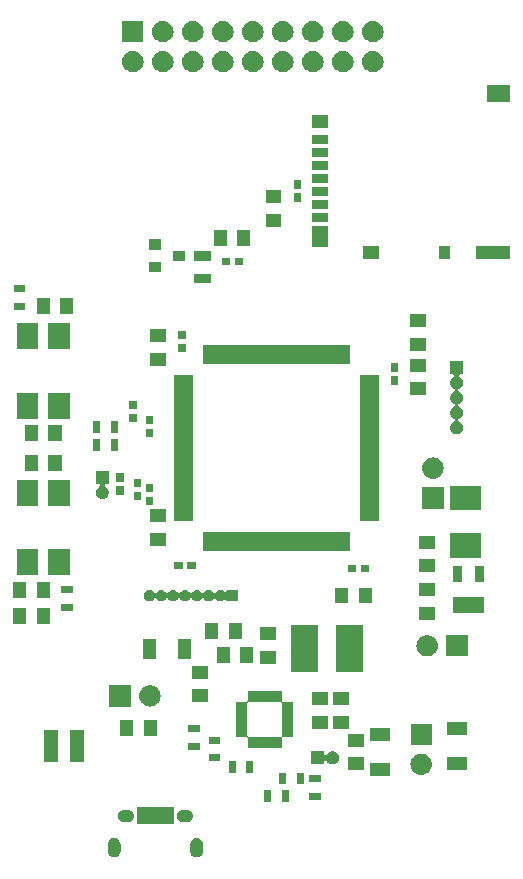
<source format=gbr>
G04 #@! TF.GenerationSoftware,KiCad,Pcbnew,5.0.1*
G04 #@! TF.CreationDate,2019-01-30T17:32:38+03:00*
G04 #@! TF.ProjectId,core,636F72652E6B696361645F7063620000,rev?*
G04 #@! TF.SameCoordinates,Original*
G04 #@! TF.FileFunction,Soldermask,Top*
G04 #@! TF.FilePolarity,Negative*
%FSLAX46Y46*%
G04 Gerber Fmt 4.6, Leading zero omitted, Abs format (unit mm)*
G04 Created by KiCad (PCBNEW 5.0.1) date Wed 30 Jan 2019 05:32:38 PM MSK*
%MOMM*%
%LPD*%
G01*
G04 APERTURE LIST*
%ADD10C,0.100000*%
G04 APERTURE END LIST*
D10*
G36*
X158108014Y-118281973D02*
X158211878Y-118313479D01*
X158307600Y-118364644D01*
X158391501Y-118433499D01*
X158460356Y-118517400D01*
X158511521Y-118613121D01*
X158543027Y-118716985D01*
X158551000Y-118797933D01*
X158551000Y-119402067D01*
X158543027Y-119483015D01*
X158511521Y-119586879D01*
X158460356Y-119682600D01*
X158391501Y-119766501D01*
X158307600Y-119835356D01*
X158211879Y-119886521D01*
X158108015Y-119918027D01*
X158000000Y-119928666D01*
X157891986Y-119918027D01*
X157788122Y-119886521D01*
X157692401Y-119835356D01*
X157608500Y-119766501D01*
X157539645Y-119682600D01*
X157488480Y-119586879D01*
X157456973Y-119483015D01*
X157449000Y-119402067D01*
X157449000Y-118797934D01*
X157456973Y-118716986D01*
X157488479Y-118613122D01*
X157539644Y-118517400D01*
X157608499Y-118433499D01*
X157692400Y-118364644D01*
X157788121Y-118313479D01*
X157891985Y-118281973D01*
X158000000Y-118271334D01*
X158108014Y-118281973D01*
X158108014Y-118281973D01*
G37*
G36*
X165108014Y-118281973D02*
X165211878Y-118313479D01*
X165307600Y-118364644D01*
X165391501Y-118433499D01*
X165460356Y-118517400D01*
X165511521Y-118613121D01*
X165543027Y-118716985D01*
X165551000Y-118797933D01*
X165551000Y-119402067D01*
X165543027Y-119483015D01*
X165511521Y-119586879D01*
X165460356Y-119682600D01*
X165391501Y-119766501D01*
X165307600Y-119835356D01*
X165211879Y-119886521D01*
X165108015Y-119918027D01*
X165000000Y-119928666D01*
X164891986Y-119918027D01*
X164788122Y-119886521D01*
X164692401Y-119835356D01*
X164608500Y-119766501D01*
X164539645Y-119682600D01*
X164488480Y-119586879D01*
X164456973Y-119483015D01*
X164449000Y-119402067D01*
X164449000Y-118797934D01*
X164456973Y-118716986D01*
X164488479Y-118613122D01*
X164539644Y-118517400D01*
X164608499Y-118433499D01*
X164692400Y-118364644D01*
X164788121Y-118313479D01*
X164891985Y-118281973D01*
X165000000Y-118271334D01*
X165108014Y-118281973D01*
X165108014Y-118281973D01*
G37*
G36*
X163051000Y-117126000D02*
X159949000Y-117126000D01*
X159949000Y-115674000D01*
X163051000Y-115674000D01*
X163051000Y-117126000D01*
X163051000Y-117126000D01*
G37*
G36*
X159253114Y-115881611D02*
X159352265Y-115911688D01*
X159443644Y-115960531D01*
X159523738Y-116026262D01*
X159589469Y-116106356D01*
X159638312Y-116197735D01*
X159668389Y-116296886D01*
X159678545Y-116400000D01*
X159668389Y-116503114D01*
X159638312Y-116602265D01*
X159589469Y-116693644D01*
X159523738Y-116773738D01*
X159443644Y-116839469D01*
X159352265Y-116888312D01*
X159253114Y-116918389D01*
X159175839Y-116926000D01*
X158824161Y-116926000D01*
X158746886Y-116918389D01*
X158647735Y-116888312D01*
X158556356Y-116839469D01*
X158476262Y-116773738D01*
X158410531Y-116693644D01*
X158361688Y-116602265D01*
X158331611Y-116503114D01*
X158321455Y-116400000D01*
X158331611Y-116296886D01*
X158361688Y-116197735D01*
X158410531Y-116106356D01*
X158476262Y-116026262D01*
X158556356Y-115960531D01*
X158647735Y-115911688D01*
X158746886Y-115881611D01*
X158824161Y-115874000D01*
X159175839Y-115874000D01*
X159253114Y-115881611D01*
X159253114Y-115881611D01*
G37*
G36*
X164253114Y-115881611D02*
X164352265Y-115911688D01*
X164443644Y-115960531D01*
X164523738Y-116026262D01*
X164589469Y-116106356D01*
X164638312Y-116197735D01*
X164668389Y-116296886D01*
X164678545Y-116400000D01*
X164668389Y-116503114D01*
X164638312Y-116602265D01*
X164589469Y-116693644D01*
X164523738Y-116773738D01*
X164443644Y-116839469D01*
X164352265Y-116888312D01*
X164253114Y-116918389D01*
X164175839Y-116926000D01*
X163824161Y-116926000D01*
X163746886Y-116918389D01*
X163647735Y-116888312D01*
X163556356Y-116839469D01*
X163476262Y-116773738D01*
X163410531Y-116693644D01*
X163361688Y-116602265D01*
X163331611Y-116503114D01*
X163321455Y-116400000D01*
X163331611Y-116296886D01*
X163361688Y-116197735D01*
X163410531Y-116106356D01*
X163476262Y-116026262D01*
X163556356Y-115960531D01*
X163647735Y-115911688D01*
X163746886Y-115881611D01*
X163824161Y-115874000D01*
X164175839Y-115874000D01*
X164253114Y-115881611D01*
X164253114Y-115881611D01*
G37*
G36*
X171301000Y-115251000D02*
X170699000Y-115251000D01*
X170699000Y-114249000D01*
X171301000Y-114249000D01*
X171301000Y-115251000D01*
X171301000Y-115251000D01*
G37*
G36*
X172801000Y-115251000D02*
X172199000Y-115251000D01*
X172199000Y-114249000D01*
X172801000Y-114249000D01*
X172801000Y-115251000D01*
X172801000Y-115251000D01*
G37*
G36*
X175501000Y-115051000D02*
X174499000Y-115051000D01*
X174499000Y-114449000D01*
X175501000Y-114449000D01*
X175501000Y-115051000D01*
X175501000Y-115051000D01*
G37*
G36*
X174051000Y-113751000D02*
X173449000Y-113751000D01*
X173449000Y-112749000D01*
X174051000Y-112749000D01*
X174051000Y-113751000D01*
X174051000Y-113751000D01*
G37*
G36*
X172551000Y-113751000D02*
X171949000Y-113751000D01*
X171949000Y-112749000D01*
X172551000Y-112749000D01*
X172551000Y-113751000D01*
X172551000Y-113751000D01*
G37*
G36*
X175501000Y-113551000D02*
X174499000Y-113551000D01*
X174499000Y-112949000D01*
X175501000Y-112949000D01*
X175501000Y-113551000D01*
X175501000Y-113551000D01*
G37*
G36*
X181351000Y-113051000D02*
X179649000Y-113051000D01*
X179649000Y-111949000D01*
X181351000Y-111949000D01*
X181351000Y-113051000D01*
X181351000Y-113051000D01*
G37*
G36*
X184110443Y-111145519D02*
X184176627Y-111152037D01*
X184289853Y-111186384D01*
X184346467Y-111203557D01*
X184462633Y-111265650D01*
X184502991Y-111287222D01*
X184504086Y-111288121D01*
X184640186Y-111399814D01*
X184722405Y-111500000D01*
X184752778Y-111537009D01*
X184752779Y-111537011D01*
X184836443Y-111693533D01*
X184853268Y-111749000D01*
X184887963Y-111863373D01*
X184905359Y-112040000D01*
X184887963Y-112216627D01*
X184853616Y-112329853D01*
X184836443Y-112386467D01*
X184762348Y-112525087D01*
X184752778Y-112542991D01*
X184746205Y-112551000D01*
X184640186Y-112680186D01*
X184538729Y-112763448D01*
X184502991Y-112792778D01*
X184502989Y-112792779D01*
X184346467Y-112876443D01*
X184289853Y-112893616D01*
X184176627Y-112927963D01*
X184110443Y-112934481D01*
X184044260Y-112941000D01*
X183955740Y-112941000D01*
X183889557Y-112934481D01*
X183823373Y-112927963D01*
X183710147Y-112893616D01*
X183653533Y-112876443D01*
X183497011Y-112792779D01*
X183497009Y-112792778D01*
X183461271Y-112763448D01*
X183359814Y-112680186D01*
X183253795Y-112551000D01*
X183247222Y-112542991D01*
X183237652Y-112525087D01*
X183163557Y-112386467D01*
X183146384Y-112329853D01*
X183112037Y-112216627D01*
X183094641Y-112040000D01*
X183112037Y-111863373D01*
X183146732Y-111749000D01*
X183163557Y-111693533D01*
X183247221Y-111537011D01*
X183247222Y-111537009D01*
X183277595Y-111500000D01*
X183359814Y-111399814D01*
X183495914Y-111288121D01*
X183497009Y-111287222D01*
X183537367Y-111265650D01*
X183653533Y-111203557D01*
X183710147Y-111186384D01*
X183823373Y-111152037D01*
X183889557Y-111145519D01*
X183955740Y-111139000D01*
X184044260Y-111139000D01*
X184110443Y-111145519D01*
X184110443Y-111145519D01*
G37*
G36*
X169801000Y-112751000D02*
X169199000Y-112751000D01*
X169199000Y-111749000D01*
X169801000Y-111749000D01*
X169801000Y-112751000D01*
X169801000Y-112751000D01*
G37*
G36*
X168301000Y-112751000D02*
X167699000Y-112751000D01*
X167699000Y-111749000D01*
X168301000Y-111749000D01*
X168301000Y-112751000D01*
X168301000Y-112751000D01*
G37*
G36*
X179176000Y-112551000D02*
X177824000Y-112551000D01*
X177824000Y-111449000D01*
X179176000Y-111449000D01*
X179176000Y-112551000D01*
X179176000Y-112551000D01*
G37*
G36*
X187851000Y-112551000D02*
X186149000Y-112551000D01*
X186149000Y-111449000D01*
X187851000Y-111449000D01*
X187851000Y-112551000D01*
X187851000Y-112551000D01*
G37*
G36*
X175801000Y-111177262D02*
X175803402Y-111201648D01*
X175810515Y-111225097D01*
X175822066Y-111246708D01*
X175837612Y-111265650D01*
X175856554Y-111281196D01*
X175878165Y-111292747D01*
X175901614Y-111299860D01*
X175926000Y-111302262D01*
X175950386Y-111299860D01*
X175973835Y-111292747D01*
X175995446Y-111281196D01*
X176014388Y-111265650D01*
X176036236Y-111236192D01*
X176059644Y-111192400D01*
X176128499Y-111108499D01*
X176212400Y-111039644D01*
X176308121Y-110988479D01*
X176411985Y-110956973D01*
X176492933Y-110949000D01*
X176547067Y-110949000D01*
X176628015Y-110956973D01*
X176731879Y-110988479D01*
X176827600Y-111039644D01*
X176911501Y-111108499D01*
X176980356Y-111192400D01*
X177031521Y-111288121D01*
X177063027Y-111391985D01*
X177073666Y-111500000D01*
X177063027Y-111608015D01*
X177031521Y-111711879D01*
X176980356Y-111807600D01*
X176911501Y-111891501D01*
X176827600Y-111960356D01*
X176731879Y-112011521D01*
X176628015Y-112043027D01*
X176547067Y-112051000D01*
X176492933Y-112051000D01*
X176411985Y-112043027D01*
X176308121Y-112011521D01*
X176212400Y-111960356D01*
X176128499Y-111891501D01*
X176059644Y-111807600D01*
X176036234Y-111763805D01*
X176022626Y-111743439D01*
X176005299Y-111726111D01*
X175984924Y-111712498D01*
X175962285Y-111703120D01*
X175938252Y-111698340D01*
X175913748Y-111698340D01*
X175889714Y-111703121D01*
X175867075Y-111712498D01*
X175846701Y-111726112D01*
X175829373Y-111743439D01*
X175815760Y-111763814D01*
X175806382Y-111786453D01*
X175801000Y-111822738D01*
X175801000Y-112051000D01*
X174699000Y-112051000D01*
X174699000Y-110949000D01*
X175801000Y-110949000D01*
X175801000Y-111177262D01*
X175801000Y-111177262D01*
G37*
G36*
X155431000Y-111826000D02*
X154269000Y-111826000D01*
X154269000Y-109174000D01*
X155431000Y-109174000D01*
X155431000Y-111826000D01*
X155431000Y-111826000D01*
G37*
G36*
X153231000Y-111826000D02*
X152069000Y-111826000D01*
X152069000Y-109174000D01*
X153231000Y-109174000D01*
X153231000Y-111826000D01*
X153231000Y-111826000D01*
G37*
G36*
X167001000Y-111801000D02*
X165999000Y-111801000D01*
X165999000Y-111199000D01*
X167001000Y-111199000D01*
X167001000Y-111801000D01*
X167001000Y-111801000D01*
G37*
G36*
X165251000Y-110801000D02*
X164249000Y-110801000D01*
X164249000Y-110199000D01*
X165251000Y-110199000D01*
X165251000Y-110801000D01*
X165251000Y-110801000D01*
G37*
G36*
X172201000Y-106674000D02*
X172203402Y-106698386D01*
X172210515Y-106721835D01*
X172222066Y-106743446D01*
X172237612Y-106762388D01*
X172256554Y-106777934D01*
X172278165Y-106789485D01*
X172301614Y-106796598D01*
X172326000Y-106799000D01*
X173176000Y-106799000D01*
X173176000Y-109701000D01*
X172326000Y-109701000D01*
X172301614Y-109703402D01*
X172278165Y-109710515D01*
X172256554Y-109722066D01*
X172237612Y-109737612D01*
X172222066Y-109756554D01*
X172210515Y-109778165D01*
X172203402Y-109801614D01*
X172201000Y-109826000D01*
X172201000Y-110676000D01*
X169299000Y-110676000D01*
X169299000Y-109826000D01*
X169296598Y-109801614D01*
X169289485Y-109778165D01*
X169277934Y-109756554D01*
X169262388Y-109737612D01*
X169243446Y-109722066D01*
X169221835Y-109710515D01*
X169198386Y-109703402D01*
X169174000Y-109701000D01*
X168324000Y-109701000D01*
X168324000Y-106901000D01*
X169276000Y-106901000D01*
X169276000Y-109599000D01*
X169278402Y-109623386D01*
X169285515Y-109646835D01*
X169297066Y-109668446D01*
X169312612Y-109687388D01*
X169331554Y-109702934D01*
X169353165Y-109714485D01*
X169376614Y-109721598D01*
X169401000Y-109724000D01*
X172099000Y-109724000D01*
X172123386Y-109721598D01*
X172146835Y-109714485D01*
X172168446Y-109702934D01*
X172187388Y-109687388D01*
X172202934Y-109668446D01*
X172214485Y-109646835D01*
X172221598Y-109623386D01*
X172224000Y-109599000D01*
X172224000Y-106901000D01*
X172221598Y-106876614D01*
X172214485Y-106853165D01*
X172202934Y-106831554D01*
X172187388Y-106812612D01*
X172168446Y-106797066D01*
X172146835Y-106785515D01*
X172123386Y-106778402D01*
X172099000Y-106776000D01*
X169401000Y-106776000D01*
X169376614Y-106778402D01*
X169353165Y-106785515D01*
X169331554Y-106797066D01*
X169312612Y-106812612D01*
X169297066Y-106831554D01*
X169285515Y-106853165D01*
X169278402Y-106876614D01*
X169276000Y-106901000D01*
X168324000Y-106901000D01*
X168324000Y-106799000D01*
X169174000Y-106799000D01*
X169198386Y-106796598D01*
X169221835Y-106789485D01*
X169243446Y-106777934D01*
X169262388Y-106762388D01*
X169277934Y-106743446D01*
X169289485Y-106721835D01*
X169296598Y-106698386D01*
X169299000Y-106674000D01*
X169299000Y-105824000D01*
X172201000Y-105824000D01*
X172201000Y-106674000D01*
X172201000Y-106674000D01*
G37*
G36*
X179176000Y-110551000D02*
X177824000Y-110551000D01*
X177824000Y-109449000D01*
X179176000Y-109449000D01*
X179176000Y-110551000D01*
X179176000Y-110551000D01*
G37*
G36*
X184901000Y-110401000D02*
X183099000Y-110401000D01*
X183099000Y-108599000D01*
X184901000Y-108599000D01*
X184901000Y-110401000D01*
X184901000Y-110401000D01*
G37*
G36*
X167001000Y-110301000D02*
X165999000Y-110301000D01*
X165999000Y-109699000D01*
X167001000Y-109699000D01*
X167001000Y-110301000D01*
X167001000Y-110301000D01*
G37*
G36*
X181351000Y-110051000D02*
X179649000Y-110051000D01*
X179649000Y-108949000D01*
X181351000Y-108949000D01*
X181351000Y-110051000D01*
X181351000Y-110051000D01*
G37*
G36*
X159601000Y-109626000D02*
X158499000Y-109626000D01*
X158499000Y-108274000D01*
X159601000Y-108274000D01*
X159601000Y-109626000D01*
X159601000Y-109626000D01*
G37*
G36*
X161601000Y-109626000D02*
X160499000Y-109626000D01*
X160499000Y-108274000D01*
X161601000Y-108274000D01*
X161601000Y-109626000D01*
X161601000Y-109626000D01*
G37*
G36*
X187851000Y-109551000D02*
X186149000Y-109551000D01*
X186149000Y-108449000D01*
X187851000Y-108449000D01*
X187851000Y-109551000D01*
X187851000Y-109551000D01*
G37*
G36*
X165251000Y-109301000D02*
X164249000Y-109301000D01*
X164249000Y-108699000D01*
X165251000Y-108699000D01*
X165251000Y-109301000D01*
X165251000Y-109301000D01*
G37*
G36*
X177906001Y-109025999D02*
X176554001Y-109025999D01*
X176554001Y-107923999D01*
X177906001Y-107923999D01*
X177906001Y-109025999D01*
X177906001Y-109025999D01*
G37*
G36*
X176086001Y-109025999D02*
X174734001Y-109025999D01*
X174734001Y-107923999D01*
X176086001Y-107923999D01*
X176086001Y-109025999D01*
X176086001Y-109025999D01*
G37*
G36*
X161150443Y-105355519D02*
X161216627Y-105362037D01*
X161329853Y-105396384D01*
X161386467Y-105413557D01*
X161525087Y-105487652D01*
X161542991Y-105497222D01*
X161578729Y-105526552D01*
X161680186Y-105609814D01*
X161753378Y-105699000D01*
X161792778Y-105747009D01*
X161792779Y-105747011D01*
X161876443Y-105903533D01*
X161876443Y-105903534D01*
X161927963Y-106073373D01*
X161945359Y-106250000D01*
X161927963Y-106426627D01*
X161893616Y-106539853D01*
X161876443Y-106596467D01*
X161835000Y-106674000D01*
X161792778Y-106752991D01*
X161766086Y-106785515D01*
X161680186Y-106890186D01*
X161578729Y-106973448D01*
X161542991Y-107002778D01*
X161542989Y-107002779D01*
X161386467Y-107086443D01*
X161329853Y-107103616D01*
X161216627Y-107137963D01*
X161150443Y-107144481D01*
X161084260Y-107151000D01*
X160995740Y-107151000D01*
X160929557Y-107144481D01*
X160863373Y-107137963D01*
X160750147Y-107103616D01*
X160693533Y-107086443D01*
X160537011Y-107002779D01*
X160537009Y-107002778D01*
X160501271Y-106973448D01*
X160399814Y-106890186D01*
X160313914Y-106785515D01*
X160287222Y-106752991D01*
X160245000Y-106674000D01*
X160203557Y-106596467D01*
X160186384Y-106539853D01*
X160152037Y-106426627D01*
X160134641Y-106250000D01*
X160152037Y-106073373D01*
X160203557Y-105903534D01*
X160203557Y-105903533D01*
X160287221Y-105747011D01*
X160287222Y-105747009D01*
X160326622Y-105699000D01*
X160399814Y-105609814D01*
X160501271Y-105526552D01*
X160537009Y-105497222D01*
X160554913Y-105487652D01*
X160693533Y-105413557D01*
X160750147Y-105396384D01*
X160863373Y-105362037D01*
X160929557Y-105355519D01*
X160995740Y-105349000D01*
X161084260Y-105349000D01*
X161150443Y-105355519D01*
X161150443Y-105355519D01*
G37*
G36*
X159401000Y-107151000D02*
X157599000Y-107151000D01*
X157599000Y-105349000D01*
X159401000Y-105349000D01*
X159401000Y-107151000D01*
X159401000Y-107151000D01*
G37*
G36*
X176086001Y-107025999D02*
X174734001Y-107025999D01*
X174734001Y-105923999D01*
X176086001Y-105923999D01*
X176086001Y-107025999D01*
X176086001Y-107025999D01*
G37*
G36*
X177906001Y-107025999D02*
X176554001Y-107025999D01*
X176554001Y-105923999D01*
X177906001Y-105923999D01*
X177906001Y-107025999D01*
X177906001Y-107025999D01*
G37*
G36*
X165926000Y-106801000D02*
X164574000Y-106801000D01*
X164574000Y-105699000D01*
X165926000Y-105699000D01*
X165926000Y-106801000D01*
X165926000Y-106801000D01*
G37*
G36*
X165926000Y-104801000D02*
X164574000Y-104801000D01*
X164574000Y-103699000D01*
X165926000Y-103699000D01*
X165926000Y-104801000D01*
X165926000Y-104801000D01*
G37*
G36*
X175251000Y-104251000D02*
X172949000Y-104251000D01*
X172949000Y-100249000D01*
X175251000Y-100249000D01*
X175251000Y-104251000D01*
X175251000Y-104251000D01*
G37*
G36*
X179051000Y-104251000D02*
X176749000Y-104251000D01*
X176749000Y-100249000D01*
X179051000Y-100249000D01*
X179051000Y-104251000D01*
X179051000Y-104251000D01*
G37*
G36*
X171676000Y-103551000D02*
X170324000Y-103551000D01*
X170324000Y-102449000D01*
X171676000Y-102449000D01*
X171676000Y-103551000D01*
X171676000Y-103551000D01*
G37*
G36*
X169801000Y-103426000D02*
X168699000Y-103426000D01*
X168699000Y-102074000D01*
X169801000Y-102074000D01*
X169801000Y-103426000D01*
X169801000Y-103426000D01*
G37*
G36*
X167801000Y-103426000D02*
X166699000Y-103426000D01*
X166699000Y-102074000D01*
X167801000Y-102074000D01*
X167801000Y-103426000D01*
X167801000Y-103426000D01*
G37*
G36*
X161551000Y-103101000D02*
X160449000Y-103101000D01*
X160449000Y-101399000D01*
X161551000Y-101399000D01*
X161551000Y-103101000D01*
X161551000Y-103101000D01*
G37*
G36*
X164551000Y-103101000D02*
X163449000Y-103101000D01*
X163449000Y-101399000D01*
X164551000Y-101399000D01*
X164551000Y-103101000D01*
X164551000Y-103101000D01*
G37*
G36*
X187941000Y-102901000D02*
X186139000Y-102901000D01*
X186139000Y-101099000D01*
X187941000Y-101099000D01*
X187941000Y-102901000D01*
X187941000Y-102901000D01*
G37*
G36*
X184610442Y-101105518D02*
X184676627Y-101112037D01*
X184789853Y-101146384D01*
X184846467Y-101163557D01*
X184985087Y-101237652D01*
X185002991Y-101247222D01*
X185038729Y-101276552D01*
X185140186Y-101359814D01*
X185223448Y-101461271D01*
X185252778Y-101497009D01*
X185252779Y-101497011D01*
X185336443Y-101653533D01*
X185336443Y-101653534D01*
X185387963Y-101823373D01*
X185405359Y-102000000D01*
X185387963Y-102176627D01*
X185353616Y-102289853D01*
X185336443Y-102346467D01*
X185281637Y-102449000D01*
X185252778Y-102502991D01*
X185223448Y-102538729D01*
X185140186Y-102640186D01*
X185038729Y-102723448D01*
X185002991Y-102752778D01*
X185002989Y-102752779D01*
X184846467Y-102836443D01*
X184789853Y-102853616D01*
X184676627Y-102887963D01*
X184610443Y-102894481D01*
X184544260Y-102901000D01*
X184455740Y-102901000D01*
X184389558Y-102894482D01*
X184323373Y-102887963D01*
X184210147Y-102853616D01*
X184153533Y-102836443D01*
X183997011Y-102752779D01*
X183997009Y-102752778D01*
X183961271Y-102723448D01*
X183859814Y-102640186D01*
X183776552Y-102538729D01*
X183747222Y-102502991D01*
X183718363Y-102449000D01*
X183663557Y-102346467D01*
X183646384Y-102289853D01*
X183612037Y-102176627D01*
X183594641Y-102000000D01*
X183612037Y-101823373D01*
X183663557Y-101653534D01*
X183663557Y-101653533D01*
X183747221Y-101497011D01*
X183747222Y-101497009D01*
X183776552Y-101461271D01*
X183859814Y-101359814D01*
X183961271Y-101276552D01*
X183997009Y-101247222D01*
X184014913Y-101237652D01*
X184153533Y-101163557D01*
X184210147Y-101146384D01*
X184323373Y-101112037D01*
X184389558Y-101105518D01*
X184455740Y-101099000D01*
X184544260Y-101099000D01*
X184610442Y-101105518D01*
X184610442Y-101105518D01*
G37*
G36*
X171676000Y-101551000D02*
X170324000Y-101551000D01*
X170324000Y-100449000D01*
X171676000Y-100449000D01*
X171676000Y-101551000D01*
X171676000Y-101551000D01*
G37*
G36*
X166801000Y-101426000D02*
X165699000Y-101426000D01*
X165699000Y-100074000D01*
X166801000Y-100074000D01*
X166801000Y-101426000D01*
X166801000Y-101426000D01*
G37*
G36*
X168801000Y-101426000D02*
X167699000Y-101426000D01*
X167699000Y-100074000D01*
X168801000Y-100074000D01*
X168801000Y-101426000D01*
X168801000Y-101426000D01*
G37*
G36*
X152551000Y-100176000D02*
X151449000Y-100176000D01*
X151449000Y-98824000D01*
X152551000Y-98824000D01*
X152551000Y-100176000D01*
X152551000Y-100176000D01*
G37*
G36*
X150551000Y-100176000D02*
X149449000Y-100176000D01*
X149449000Y-98824000D01*
X150551000Y-98824000D01*
X150551000Y-100176000D01*
X150551000Y-100176000D01*
G37*
G36*
X185176000Y-99801000D02*
X183824000Y-99801000D01*
X183824000Y-98699000D01*
X185176000Y-98699000D01*
X185176000Y-99801000D01*
X185176000Y-99801000D01*
G37*
G36*
X189326000Y-99221000D02*
X186674000Y-99221000D01*
X186674000Y-97899000D01*
X189326000Y-97899000D01*
X189326000Y-99221000D01*
X189326000Y-99221000D01*
G37*
G36*
X154501000Y-99051000D02*
X153499000Y-99051000D01*
X153499000Y-98449000D01*
X154501000Y-98449000D01*
X154501000Y-99051000D01*
X154501000Y-99051000D01*
G37*
G36*
X179801000Y-98426000D02*
X178699000Y-98426000D01*
X178699000Y-97074000D01*
X179801000Y-97074000D01*
X179801000Y-98426000D01*
X179801000Y-98426000D01*
G37*
G36*
X177801000Y-98426000D02*
X176699000Y-98426000D01*
X176699000Y-97074000D01*
X177801000Y-97074000D01*
X177801000Y-98426000D01*
X177801000Y-98426000D01*
G37*
G36*
X161093312Y-97280887D02*
X161183039Y-97308106D01*
X161265731Y-97352306D01*
X161338211Y-97411789D01*
X161397694Y-97484269D01*
X161397696Y-97484273D01*
X161403373Y-97491191D01*
X161420700Y-97508518D01*
X161441075Y-97522132D01*
X161463714Y-97531509D01*
X161487747Y-97536290D01*
X161512251Y-97536290D01*
X161536285Y-97531510D01*
X161558924Y-97522133D01*
X161579299Y-97508519D01*
X161596627Y-97491191D01*
X161602304Y-97484273D01*
X161602306Y-97484269D01*
X161661789Y-97411789D01*
X161734269Y-97352306D01*
X161816961Y-97308106D01*
X161906688Y-97280887D01*
X161976616Y-97274000D01*
X162023384Y-97274000D01*
X162093312Y-97280887D01*
X162183039Y-97308106D01*
X162265731Y-97352306D01*
X162338211Y-97411789D01*
X162397694Y-97484269D01*
X162397696Y-97484273D01*
X162403373Y-97491191D01*
X162420700Y-97508518D01*
X162441075Y-97522132D01*
X162463714Y-97531509D01*
X162487747Y-97536290D01*
X162512251Y-97536290D01*
X162536285Y-97531510D01*
X162558924Y-97522133D01*
X162579299Y-97508519D01*
X162596627Y-97491191D01*
X162602304Y-97484273D01*
X162602306Y-97484269D01*
X162661789Y-97411789D01*
X162734269Y-97352306D01*
X162816961Y-97308106D01*
X162906688Y-97280887D01*
X162976616Y-97274000D01*
X163023384Y-97274000D01*
X163093312Y-97280887D01*
X163183039Y-97308106D01*
X163265731Y-97352306D01*
X163338211Y-97411789D01*
X163397694Y-97484269D01*
X163397696Y-97484273D01*
X163403373Y-97491191D01*
X163420700Y-97508518D01*
X163441075Y-97522132D01*
X163463714Y-97531509D01*
X163487747Y-97536290D01*
X163512251Y-97536290D01*
X163536285Y-97531510D01*
X163558924Y-97522133D01*
X163579299Y-97508519D01*
X163596627Y-97491191D01*
X163602304Y-97484273D01*
X163602306Y-97484269D01*
X163661789Y-97411789D01*
X163734269Y-97352306D01*
X163816961Y-97308106D01*
X163906688Y-97280887D01*
X163976616Y-97274000D01*
X164023384Y-97274000D01*
X164093312Y-97280887D01*
X164183039Y-97308106D01*
X164265731Y-97352306D01*
X164338211Y-97411789D01*
X164397694Y-97484269D01*
X164397696Y-97484273D01*
X164403373Y-97491191D01*
X164420700Y-97508518D01*
X164441075Y-97522132D01*
X164463714Y-97531509D01*
X164487747Y-97536290D01*
X164512251Y-97536290D01*
X164536285Y-97531510D01*
X164558924Y-97522133D01*
X164579299Y-97508519D01*
X164596627Y-97491191D01*
X164602304Y-97484273D01*
X164602306Y-97484269D01*
X164661789Y-97411789D01*
X164734269Y-97352306D01*
X164816961Y-97308106D01*
X164906688Y-97280887D01*
X164976616Y-97274000D01*
X165023384Y-97274000D01*
X165093312Y-97280887D01*
X165183039Y-97308106D01*
X165265731Y-97352306D01*
X165338211Y-97411789D01*
X165397694Y-97484269D01*
X165397696Y-97484273D01*
X165403373Y-97491191D01*
X165420700Y-97508518D01*
X165441075Y-97522132D01*
X165463714Y-97531509D01*
X165487747Y-97536290D01*
X165512251Y-97536290D01*
X165536285Y-97531510D01*
X165558924Y-97522133D01*
X165579299Y-97508519D01*
X165596627Y-97491191D01*
X165602304Y-97484273D01*
X165602306Y-97484269D01*
X165661789Y-97411789D01*
X165734269Y-97352306D01*
X165816961Y-97308106D01*
X165906688Y-97280887D01*
X165976616Y-97274000D01*
X166023384Y-97274000D01*
X166093312Y-97280887D01*
X166183039Y-97308106D01*
X166265731Y-97352306D01*
X166338211Y-97411789D01*
X166397694Y-97484269D01*
X166397696Y-97484273D01*
X166403373Y-97491191D01*
X166420700Y-97508518D01*
X166441075Y-97522132D01*
X166463714Y-97531509D01*
X166487747Y-97536290D01*
X166512251Y-97536290D01*
X166536285Y-97531510D01*
X166558924Y-97522133D01*
X166579299Y-97508519D01*
X166596627Y-97491191D01*
X166602304Y-97484273D01*
X166602306Y-97484269D01*
X166661789Y-97411789D01*
X166734269Y-97352306D01*
X166816961Y-97308106D01*
X166906688Y-97280887D01*
X166976616Y-97274000D01*
X167023384Y-97274000D01*
X167093312Y-97280887D01*
X167183039Y-97308106D01*
X167265731Y-97352306D01*
X167319706Y-97396603D01*
X167340076Y-97410212D01*
X167362715Y-97419590D01*
X167386748Y-97424370D01*
X167411253Y-97424370D01*
X167435286Y-97419589D01*
X167457925Y-97410212D01*
X167478300Y-97396598D01*
X167495627Y-97379271D01*
X167509240Y-97358896D01*
X167518618Y-97336257D01*
X167524000Y-97299972D01*
X167524000Y-97274000D01*
X168476000Y-97274000D01*
X168476000Y-98226000D01*
X167524000Y-98226000D01*
X167524000Y-98200028D01*
X167521598Y-98175642D01*
X167514485Y-98152193D01*
X167502934Y-98130582D01*
X167487388Y-98111640D01*
X167468446Y-98096094D01*
X167446835Y-98084543D01*
X167423386Y-98077430D01*
X167399000Y-98075028D01*
X167374614Y-98077430D01*
X167351165Y-98084543D01*
X167319705Y-98103399D01*
X167265731Y-98147694D01*
X167183039Y-98191894D01*
X167093312Y-98219113D01*
X167023384Y-98226000D01*
X166976616Y-98226000D01*
X166906688Y-98219113D01*
X166816961Y-98191894D01*
X166734269Y-98147694D01*
X166661789Y-98088211D01*
X166602306Y-98015731D01*
X166602303Y-98015725D01*
X166596627Y-98008809D01*
X166579300Y-97991482D01*
X166558925Y-97977868D01*
X166536286Y-97968491D01*
X166512253Y-97963710D01*
X166487749Y-97963710D01*
X166463715Y-97968490D01*
X166441076Y-97977867D01*
X166420701Y-97991481D01*
X166403373Y-98008809D01*
X166397697Y-98015725D01*
X166397694Y-98015731D01*
X166338211Y-98088211D01*
X166265731Y-98147694D01*
X166183039Y-98191894D01*
X166093312Y-98219113D01*
X166023384Y-98226000D01*
X165976616Y-98226000D01*
X165906688Y-98219113D01*
X165816961Y-98191894D01*
X165734269Y-98147694D01*
X165661789Y-98088211D01*
X165602306Y-98015731D01*
X165602303Y-98015725D01*
X165596627Y-98008809D01*
X165579300Y-97991482D01*
X165558925Y-97977868D01*
X165536286Y-97968491D01*
X165512253Y-97963710D01*
X165487749Y-97963710D01*
X165463715Y-97968490D01*
X165441076Y-97977867D01*
X165420701Y-97991481D01*
X165403373Y-98008809D01*
X165397697Y-98015725D01*
X165397694Y-98015731D01*
X165338211Y-98088211D01*
X165265731Y-98147694D01*
X165183039Y-98191894D01*
X165093312Y-98219113D01*
X165023384Y-98226000D01*
X164976616Y-98226000D01*
X164906688Y-98219113D01*
X164816961Y-98191894D01*
X164734269Y-98147694D01*
X164661789Y-98088211D01*
X164602306Y-98015731D01*
X164602303Y-98015725D01*
X164596627Y-98008809D01*
X164579300Y-97991482D01*
X164558925Y-97977868D01*
X164536286Y-97968491D01*
X164512253Y-97963710D01*
X164487749Y-97963710D01*
X164463715Y-97968490D01*
X164441076Y-97977867D01*
X164420701Y-97991481D01*
X164403373Y-98008809D01*
X164397697Y-98015725D01*
X164397694Y-98015731D01*
X164338211Y-98088211D01*
X164265731Y-98147694D01*
X164183039Y-98191894D01*
X164093312Y-98219113D01*
X164023384Y-98226000D01*
X163976616Y-98226000D01*
X163906688Y-98219113D01*
X163816961Y-98191894D01*
X163734269Y-98147694D01*
X163661789Y-98088211D01*
X163602306Y-98015731D01*
X163602303Y-98015725D01*
X163596627Y-98008809D01*
X163579300Y-97991482D01*
X163558925Y-97977868D01*
X163536286Y-97968491D01*
X163512253Y-97963710D01*
X163487749Y-97963710D01*
X163463715Y-97968490D01*
X163441076Y-97977867D01*
X163420701Y-97991481D01*
X163403373Y-98008809D01*
X163397697Y-98015725D01*
X163397694Y-98015731D01*
X163338211Y-98088211D01*
X163265731Y-98147694D01*
X163183039Y-98191894D01*
X163093312Y-98219113D01*
X163023384Y-98226000D01*
X162976616Y-98226000D01*
X162906688Y-98219113D01*
X162816961Y-98191894D01*
X162734269Y-98147694D01*
X162661789Y-98088211D01*
X162602306Y-98015731D01*
X162602303Y-98015725D01*
X162596627Y-98008809D01*
X162579300Y-97991482D01*
X162558925Y-97977868D01*
X162536286Y-97968491D01*
X162512253Y-97963710D01*
X162487749Y-97963710D01*
X162463715Y-97968490D01*
X162441076Y-97977867D01*
X162420701Y-97991481D01*
X162403373Y-98008809D01*
X162397697Y-98015725D01*
X162397694Y-98015731D01*
X162338211Y-98088211D01*
X162265731Y-98147694D01*
X162183039Y-98191894D01*
X162093312Y-98219113D01*
X162023384Y-98226000D01*
X161976616Y-98226000D01*
X161906688Y-98219113D01*
X161816961Y-98191894D01*
X161734269Y-98147694D01*
X161661789Y-98088211D01*
X161602306Y-98015731D01*
X161602303Y-98015725D01*
X161596627Y-98008809D01*
X161579300Y-97991482D01*
X161558925Y-97977868D01*
X161536286Y-97968491D01*
X161512253Y-97963710D01*
X161487749Y-97963710D01*
X161463715Y-97968490D01*
X161441076Y-97977867D01*
X161420701Y-97991481D01*
X161403373Y-98008809D01*
X161397697Y-98015725D01*
X161397694Y-98015731D01*
X161338211Y-98088211D01*
X161265731Y-98147694D01*
X161183039Y-98191894D01*
X161093312Y-98219113D01*
X161023384Y-98226000D01*
X160976616Y-98226000D01*
X160906688Y-98219113D01*
X160816961Y-98191894D01*
X160734269Y-98147694D01*
X160661789Y-98088211D01*
X160602306Y-98015731D01*
X160558106Y-97933039D01*
X160530887Y-97843312D01*
X160521697Y-97750000D01*
X160530887Y-97656688D01*
X160558106Y-97566961D01*
X160602306Y-97484269D01*
X160661789Y-97411789D01*
X160734269Y-97352306D01*
X160816961Y-97308106D01*
X160906688Y-97280887D01*
X160976616Y-97274000D01*
X161023384Y-97274000D01*
X161093312Y-97280887D01*
X161093312Y-97280887D01*
G37*
G36*
X152551000Y-97926000D02*
X151449000Y-97926000D01*
X151449000Y-96574000D01*
X152551000Y-96574000D01*
X152551000Y-97926000D01*
X152551000Y-97926000D01*
G37*
G36*
X150551000Y-97926000D02*
X149449000Y-97926000D01*
X149449000Y-96574000D01*
X150551000Y-96574000D01*
X150551000Y-97926000D01*
X150551000Y-97926000D01*
G37*
G36*
X185176000Y-97801000D02*
X183824000Y-97801000D01*
X183824000Y-96699000D01*
X185176000Y-96699000D01*
X185176000Y-97801000D01*
X185176000Y-97801000D01*
G37*
G36*
X154501000Y-97551000D02*
X153499000Y-97551000D01*
X153499000Y-96949000D01*
X154501000Y-96949000D01*
X154501000Y-97551000D01*
X154501000Y-97551000D01*
G37*
G36*
X187426000Y-96601000D02*
X186674000Y-96601000D01*
X186674000Y-95279000D01*
X187426000Y-95279000D01*
X187426000Y-96601000D01*
X187426000Y-96601000D01*
G37*
G36*
X189326000Y-96601000D02*
X188574000Y-96601000D01*
X188574000Y-95279000D01*
X189326000Y-95279000D01*
X189326000Y-96601000D01*
X189326000Y-96601000D01*
G37*
G36*
X154251000Y-96051000D02*
X152449000Y-96051000D01*
X152449000Y-93849000D01*
X154251000Y-93849000D01*
X154251000Y-96051000D01*
X154251000Y-96051000D01*
G37*
G36*
X151551000Y-96051000D02*
X149749000Y-96051000D01*
X149749000Y-93849000D01*
X151551000Y-93849000D01*
X151551000Y-96051000D01*
X151551000Y-96051000D01*
G37*
G36*
X178501000Y-95801000D02*
X177799000Y-95801000D01*
X177799000Y-95199000D01*
X178501000Y-95199000D01*
X178501000Y-95801000D01*
X178501000Y-95801000D01*
G37*
G36*
X179601000Y-95801000D02*
X178899000Y-95801000D01*
X178899000Y-95199000D01*
X179601000Y-95199000D01*
X179601000Y-95801000D01*
X179601000Y-95801000D01*
G37*
G36*
X185176000Y-95801000D02*
X183824000Y-95801000D01*
X183824000Y-94699000D01*
X185176000Y-94699000D01*
X185176000Y-95801000D01*
X185176000Y-95801000D01*
G37*
G36*
X163801000Y-95501000D02*
X163099000Y-95501000D01*
X163099000Y-94899000D01*
X163801000Y-94899000D01*
X163801000Y-95501000D01*
X163801000Y-95501000D01*
G37*
G36*
X164901000Y-95501000D02*
X164199000Y-95501000D01*
X164199000Y-94899000D01*
X164901000Y-94899000D01*
X164901000Y-95501000D01*
X164901000Y-95501000D01*
G37*
G36*
X189051000Y-94551000D02*
X186449000Y-94551000D01*
X186449000Y-92449000D01*
X189051000Y-92449000D01*
X189051000Y-94551000D01*
X189051000Y-94551000D01*
G37*
G36*
X177941000Y-93951000D02*
X165559000Y-93951000D01*
X165559000Y-92349000D01*
X177941000Y-92349000D01*
X177941000Y-93951000D01*
X177941000Y-93951000D01*
G37*
G36*
X185176000Y-93801000D02*
X183824000Y-93801000D01*
X183824000Y-92699000D01*
X185176000Y-92699000D01*
X185176000Y-93801000D01*
X185176000Y-93801000D01*
G37*
G36*
X162426000Y-93551000D02*
X161074000Y-93551000D01*
X161074000Y-92449000D01*
X162426000Y-92449000D01*
X162426000Y-93551000D01*
X162426000Y-93551000D01*
G37*
G36*
X162426000Y-91551000D02*
X161074000Y-91551000D01*
X161074000Y-90449000D01*
X162426000Y-90449000D01*
X162426000Y-91551000D01*
X162426000Y-91551000D01*
G37*
G36*
X180451000Y-91441000D02*
X178849000Y-91441000D01*
X178849000Y-79059000D01*
X180451000Y-79059000D01*
X180451000Y-91441000D01*
X180451000Y-91441000D01*
G37*
G36*
X164651000Y-91441000D02*
X163049000Y-91441000D01*
X163049000Y-79059000D01*
X164651000Y-79059000D01*
X164651000Y-91441000D01*
X164651000Y-91441000D01*
G37*
G36*
X189051000Y-90551000D02*
X186449000Y-90551000D01*
X186449000Y-88449000D01*
X189051000Y-88449000D01*
X189051000Y-90551000D01*
X189051000Y-90551000D01*
G37*
G36*
X185901000Y-90401000D02*
X184099000Y-90401000D01*
X184099000Y-88599000D01*
X185901000Y-88599000D01*
X185901000Y-90401000D01*
X185901000Y-90401000D01*
G37*
G36*
X154251000Y-90151000D02*
X152449000Y-90151000D01*
X152449000Y-87949000D01*
X154251000Y-87949000D01*
X154251000Y-90151000D01*
X154251000Y-90151000D01*
G37*
G36*
X151551000Y-90151000D02*
X149749000Y-90151000D01*
X149749000Y-87949000D01*
X151551000Y-87949000D01*
X151551000Y-90151000D01*
X151551000Y-90151000D01*
G37*
G36*
X161301000Y-90101000D02*
X160699000Y-90101000D01*
X160699000Y-89399000D01*
X161301000Y-89399000D01*
X161301000Y-90101000D01*
X161301000Y-90101000D01*
G37*
G36*
X160301000Y-89701000D02*
X159699000Y-89701000D01*
X159699000Y-88999000D01*
X160301000Y-88999000D01*
X160301000Y-89701000D01*
X160301000Y-89701000D01*
G37*
G36*
X157551000Y-88281000D02*
X157322738Y-88281000D01*
X157298352Y-88283402D01*
X157274903Y-88290515D01*
X157253292Y-88302066D01*
X157234350Y-88317612D01*
X157218804Y-88336554D01*
X157207253Y-88358165D01*
X157200140Y-88381614D01*
X157197738Y-88406000D01*
X157200140Y-88430386D01*
X157207253Y-88453835D01*
X157218804Y-88475446D01*
X157234350Y-88494388D01*
X157263808Y-88516236D01*
X157307600Y-88539644D01*
X157391501Y-88608499D01*
X157460356Y-88692400D01*
X157511521Y-88788121D01*
X157543027Y-88891985D01*
X157553666Y-89000000D01*
X157543027Y-89108015D01*
X157511521Y-89211879D01*
X157460356Y-89307600D01*
X157391501Y-89391501D01*
X157307600Y-89460356D01*
X157211879Y-89511521D01*
X157108015Y-89543027D01*
X157027067Y-89551000D01*
X156972933Y-89551000D01*
X156891985Y-89543027D01*
X156788121Y-89511521D01*
X156692400Y-89460356D01*
X156608499Y-89391501D01*
X156539644Y-89307600D01*
X156488479Y-89211879D01*
X156456973Y-89108015D01*
X156446334Y-89000000D01*
X156456973Y-88891985D01*
X156488479Y-88788121D01*
X156539644Y-88692400D01*
X156608499Y-88608499D01*
X156692400Y-88539644D01*
X156736195Y-88516234D01*
X156756561Y-88502626D01*
X156773889Y-88485299D01*
X156787502Y-88464924D01*
X156796880Y-88442285D01*
X156801660Y-88418252D01*
X156801660Y-88393748D01*
X156796879Y-88369714D01*
X156787502Y-88347075D01*
X156773888Y-88326701D01*
X156756561Y-88309373D01*
X156736186Y-88295760D01*
X156713547Y-88286382D01*
X156677262Y-88281000D01*
X156449000Y-88281000D01*
X156449000Y-87179000D01*
X157551000Y-87179000D01*
X157551000Y-88281000D01*
X157551000Y-88281000D01*
G37*
G36*
X158801000Y-89201000D02*
X158199000Y-89201000D01*
X158199000Y-88499000D01*
X158801000Y-88499000D01*
X158801000Y-89201000D01*
X158801000Y-89201000D01*
G37*
G36*
X161301000Y-89001000D02*
X160699000Y-89001000D01*
X160699000Y-88299000D01*
X161301000Y-88299000D01*
X161301000Y-89001000D01*
X161301000Y-89001000D01*
G37*
G36*
X160301000Y-88601000D02*
X159699000Y-88601000D01*
X159699000Y-87899000D01*
X160301000Y-87899000D01*
X160301000Y-88601000D01*
X160301000Y-88601000D01*
G37*
G36*
X158801000Y-88101000D02*
X158199000Y-88101000D01*
X158199000Y-87399000D01*
X158801000Y-87399000D01*
X158801000Y-88101000D01*
X158801000Y-88101000D01*
G37*
G36*
X185110442Y-86065518D02*
X185176627Y-86072037D01*
X185289853Y-86106384D01*
X185346467Y-86123557D01*
X185485087Y-86197652D01*
X185502991Y-86207222D01*
X185538729Y-86236552D01*
X185640186Y-86319814D01*
X185723448Y-86421271D01*
X185752778Y-86457009D01*
X185752779Y-86457011D01*
X185836443Y-86613533D01*
X185836443Y-86613534D01*
X185887963Y-86783373D01*
X185905359Y-86960000D01*
X185887963Y-87136627D01*
X185876019Y-87176000D01*
X185836443Y-87306467D01*
X185786982Y-87399000D01*
X185752778Y-87462991D01*
X185723448Y-87498729D01*
X185640186Y-87600186D01*
X185538729Y-87683448D01*
X185502991Y-87712778D01*
X185502989Y-87712779D01*
X185346467Y-87796443D01*
X185289853Y-87813616D01*
X185176627Y-87847963D01*
X185110442Y-87854482D01*
X185044260Y-87861000D01*
X184955740Y-87861000D01*
X184889557Y-87854481D01*
X184823373Y-87847963D01*
X184710147Y-87813616D01*
X184653533Y-87796443D01*
X184497011Y-87712779D01*
X184497009Y-87712778D01*
X184461271Y-87683448D01*
X184359814Y-87600186D01*
X184276552Y-87498729D01*
X184247222Y-87462991D01*
X184213018Y-87399000D01*
X184163557Y-87306467D01*
X184123981Y-87176000D01*
X184112037Y-87136627D01*
X184094641Y-86960000D01*
X184112037Y-86783373D01*
X184163557Y-86613534D01*
X184163557Y-86613533D01*
X184247221Y-86457011D01*
X184247222Y-86457009D01*
X184276552Y-86421271D01*
X184359814Y-86319814D01*
X184461271Y-86236552D01*
X184497009Y-86207222D01*
X184514913Y-86197652D01*
X184653533Y-86123557D01*
X184710147Y-86106384D01*
X184823373Y-86072037D01*
X184889558Y-86065518D01*
X184955740Y-86059000D01*
X185044260Y-86059000D01*
X185110442Y-86065518D01*
X185110442Y-86065518D01*
G37*
G36*
X153551000Y-87176000D02*
X152449000Y-87176000D01*
X152449000Y-85824000D01*
X153551000Y-85824000D01*
X153551000Y-87176000D01*
X153551000Y-87176000D01*
G37*
G36*
X151551000Y-87176000D02*
X150449000Y-87176000D01*
X150449000Y-85824000D01*
X151551000Y-85824000D01*
X151551000Y-87176000D01*
X151551000Y-87176000D01*
G37*
G36*
X158301000Y-85501000D02*
X157699000Y-85501000D01*
X157699000Y-84499000D01*
X158301000Y-84499000D01*
X158301000Y-85501000D01*
X158301000Y-85501000D01*
G37*
G36*
X156801000Y-85501000D02*
X156199000Y-85501000D01*
X156199000Y-84499000D01*
X156801000Y-84499000D01*
X156801000Y-85501000D01*
X156801000Y-85501000D01*
G37*
G36*
X153551000Y-84676000D02*
X152449000Y-84676000D01*
X152449000Y-83324000D01*
X153551000Y-83324000D01*
X153551000Y-84676000D01*
X153551000Y-84676000D01*
G37*
G36*
X151551000Y-84676000D02*
X150449000Y-84676000D01*
X150449000Y-83324000D01*
X151551000Y-83324000D01*
X151551000Y-84676000D01*
X151551000Y-84676000D01*
G37*
G36*
X161301000Y-84351000D02*
X160699000Y-84351000D01*
X160699000Y-83649000D01*
X161301000Y-83649000D01*
X161301000Y-84351000D01*
X161301000Y-84351000D01*
G37*
G36*
X187551000Y-79011000D02*
X187322738Y-79011000D01*
X187298352Y-79013402D01*
X187274903Y-79020515D01*
X187253292Y-79032066D01*
X187234350Y-79047612D01*
X187218804Y-79066554D01*
X187207253Y-79088165D01*
X187200140Y-79111614D01*
X187197738Y-79136000D01*
X187200140Y-79160386D01*
X187207253Y-79183835D01*
X187218804Y-79205446D01*
X187234350Y-79224388D01*
X187263808Y-79246236D01*
X187307600Y-79269644D01*
X187391501Y-79338499D01*
X187460356Y-79422400D01*
X187511521Y-79518121D01*
X187543027Y-79621985D01*
X187553666Y-79730000D01*
X187543027Y-79838015D01*
X187511521Y-79941879D01*
X187460356Y-80037600D01*
X187391501Y-80121501D01*
X187307600Y-80190356D01*
X187211879Y-80241521D01*
X187199142Y-80245385D01*
X187176507Y-80254760D01*
X187156133Y-80268374D01*
X187138806Y-80285701D01*
X187125192Y-80306076D01*
X187115814Y-80328715D01*
X187111034Y-80352748D01*
X187111034Y-80377252D01*
X187115815Y-80401286D01*
X187125192Y-80423925D01*
X187138806Y-80444299D01*
X187156133Y-80461626D01*
X187176508Y-80475240D01*
X187199142Y-80484615D01*
X187211879Y-80488479D01*
X187307600Y-80539644D01*
X187391501Y-80608499D01*
X187460356Y-80692400D01*
X187511521Y-80788121D01*
X187543027Y-80891985D01*
X187553666Y-81000000D01*
X187543027Y-81108015D01*
X187511521Y-81211879D01*
X187460356Y-81307600D01*
X187391501Y-81391501D01*
X187307600Y-81460356D01*
X187211879Y-81511521D01*
X187199142Y-81515385D01*
X187176507Y-81524760D01*
X187156133Y-81538374D01*
X187138806Y-81555701D01*
X187125192Y-81576076D01*
X187115814Y-81598715D01*
X187111034Y-81622748D01*
X187111034Y-81647252D01*
X187115815Y-81671286D01*
X187125192Y-81693925D01*
X187138806Y-81714299D01*
X187156133Y-81731626D01*
X187176508Y-81745240D01*
X187199142Y-81754615D01*
X187211879Y-81758479D01*
X187307600Y-81809644D01*
X187391501Y-81878499D01*
X187460356Y-81962400D01*
X187511521Y-82058121D01*
X187543027Y-82161985D01*
X187553666Y-82270000D01*
X187543027Y-82378015D01*
X187511521Y-82481879D01*
X187460356Y-82577600D01*
X187391501Y-82661501D01*
X187307600Y-82730356D01*
X187211879Y-82781521D01*
X187199142Y-82785385D01*
X187176507Y-82794760D01*
X187156133Y-82808374D01*
X187138806Y-82825701D01*
X187125192Y-82846076D01*
X187115814Y-82868715D01*
X187111034Y-82892748D01*
X187111034Y-82917252D01*
X187115815Y-82941286D01*
X187125192Y-82963925D01*
X187138806Y-82984299D01*
X187156133Y-83001626D01*
X187176508Y-83015240D01*
X187199142Y-83024615D01*
X187211879Y-83028479D01*
X187307600Y-83079644D01*
X187391501Y-83148499D01*
X187460356Y-83232400D01*
X187511521Y-83328121D01*
X187543027Y-83431985D01*
X187553666Y-83540000D01*
X187543027Y-83648015D01*
X187511521Y-83751879D01*
X187460356Y-83847600D01*
X187391501Y-83931501D01*
X187307600Y-84000356D01*
X187211879Y-84051521D01*
X187108015Y-84083027D01*
X187027067Y-84091000D01*
X186972933Y-84091000D01*
X186891985Y-84083027D01*
X186788121Y-84051521D01*
X186692400Y-84000356D01*
X186608499Y-83931501D01*
X186539644Y-83847600D01*
X186488479Y-83751879D01*
X186456973Y-83648015D01*
X186446334Y-83540000D01*
X186456973Y-83431985D01*
X186488479Y-83328121D01*
X186539644Y-83232400D01*
X186608499Y-83148499D01*
X186692400Y-83079644D01*
X186788121Y-83028479D01*
X186800858Y-83024615D01*
X186823493Y-83015240D01*
X186843867Y-83001626D01*
X186861194Y-82984299D01*
X186874808Y-82963924D01*
X186884186Y-82941285D01*
X186888966Y-82917252D01*
X186888966Y-82892748D01*
X186884185Y-82868714D01*
X186874808Y-82846075D01*
X186861194Y-82825701D01*
X186843867Y-82808374D01*
X186823492Y-82794760D01*
X186800858Y-82785385D01*
X186788121Y-82781521D01*
X186692400Y-82730356D01*
X186608499Y-82661501D01*
X186539644Y-82577600D01*
X186488479Y-82481879D01*
X186456973Y-82378015D01*
X186446334Y-82270000D01*
X186456973Y-82161985D01*
X186488479Y-82058121D01*
X186539644Y-81962400D01*
X186608499Y-81878499D01*
X186692400Y-81809644D01*
X186788121Y-81758479D01*
X186800858Y-81754615D01*
X186823493Y-81745240D01*
X186843867Y-81731626D01*
X186861194Y-81714299D01*
X186874808Y-81693924D01*
X186884186Y-81671285D01*
X186888966Y-81647252D01*
X186888966Y-81622748D01*
X186884185Y-81598714D01*
X186874808Y-81576075D01*
X186861194Y-81555701D01*
X186843867Y-81538374D01*
X186823492Y-81524760D01*
X186800858Y-81515385D01*
X186788121Y-81511521D01*
X186692400Y-81460356D01*
X186608499Y-81391501D01*
X186539644Y-81307600D01*
X186488479Y-81211879D01*
X186456973Y-81108015D01*
X186446334Y-81000000D01*
X186456973Y-80891985D01*
X186488479Y-80788121D01*
X186539644Y-80692400D01*
X186608499Y-80608499D01*
X186692400Y-80539644D01*
X186788121Y-80488479D01*
X186800858Y-80484615D01*
X186823493Y-80475240D01*
X186843867Y-80461626D01*
X186861194Y-80444299D01*
X186874808Y-80423924D01*
X186884186Y-80401285D01*
X186888966Y-80377252D01*
X186888966Y-80352748D01*
X186884185Y-80328714D01*
X186874808Y-80306075D01*
X186861194Y-80285701D01*
X186843867Y-80268374D01*
X186823492Y-80254760D01*
X186800858Y-80245385D01*
X186788121Y-80241521D01*
X186692400Y-80190356D01*
X186608499Y-80121501D01*
X186539644Y-80037600D01*
X186488479Y-79941879D01*
X186456973Y-79838015D01*
X186446334Y-79730000D01*
X186456973Y-79621985D01*
X186488479Y-79518121D01*
X186539644Y-79422400D01*
X186608499Y-79338499D01*
X186692400Y-79269644D01*
X186736195Y-79246234D01*
X186756561Y-79232626D01*
X186773889Y-79215299D01*
X186787502Y-79194924D01*
X186796880Y-79172285D01*
X186801660Y-79148252D01*
X186801660Y-79123748D01*
X186796879Y-79099714D01*
X186787502Y-79077075D01*
X186773888Y-79056701D01*
X186756561Y-79039373D01*
X186736186Y-79025760D01*
X186713547Y-79016382D01*
X186677262Y-79011000D01*
X186449000Y-79011000D01*
X186449000Y-77909000D01*
X187551000Y-77909000D01*
X187551000Y-79011000D01*
X187551000Y-79011000D01*
G37*
G36*
X156801000Y-84001000D02*
X156199000Y-84001000D01*
X156199000Y-82999000D01*
X156801000Y-82999000D01*
X156801000Y-84001000D01*
X156801000Y-84001000D01*
G37*
G36*
X158301000Y-84001000D02*
X157699000Y-84001000D01*
X157699000Y-82999000D01*
X158301000Y-82999000D01*
X158301000Y-84001000D01*
X158301000Y-84001000D01*
G37*
G36*
X161301000Y-83251000D02*
X160699000Y-83251000D01*
X160699000Y-82549000D01*
X161301000Y-82549000D01*
X161301000Y-83251000D01*
X161301000Y-83251000D01*
G37*
G36*
X159901000Y-83101000D02*
X159299000Y-83101000D01*
X159299000Y-82399000D01*
X159901000Y-82399000D01*
X159901000Y-83101000D01*
X159901000Y-83101000D01*
G37*
G36*
X154251000Y-82801000D02*
X152449000Y-82801000D01*
X152449000Y-80599000D01*
X154251000Y-80599000D01*
X154251000Y-82801000D01*
X154251000Y-82801000D01*
G37*
G36*
X151551000Y-82801000D02*
X149749000Y-82801000D01*
X149749000Y-80599000D01*
X151551000Y-80599000D01*
X151551000Y-82801000D01*
X151551000Y-82801000D01*
G37*
G36*
X159901000Y-82001000D02*
X159299000Y-82001000D01*
X159299000Y-81299000D01*
X159901000Y-81299000D01*
X159901000Y-82001000D01*
X159901000Y-82001000D01*
G37*
G36*
X184426000Y-80801000D02*
X183074000Y-80801000D01*
X183074000Y-79699000D01*
X184426000Y-79699000D01*
X184426000Y-80801000D01*
X184426000Y-80801000D01*
G37*
G36*
X182051000Y-79901000D02*
X181449000Y-79901000D01*
X181449000Y-79199000D01*
X182051000Y-79199000D01*
X182051000Y-79901000D01*
X182051000Y-79901000D01*
G37*
G36*
X182051000Y-78801000D02*
X181449000Y-78801000D01*
X181449000Y-78099000D01*
X182051000Y-78099000D01*
X182051000Y-78801000D01*
X182051000Y-78801000D01*
G37*
G36*
X184426000Y-78801000D02*
X183074000Y-78801000D01*
X183074000Y-77699000D01*
X184426000Y-77699000D01*
X184426000Y-78801000D01*
X184426000Y-78801000D01*
G37*
G36*
X162426000Y-78301000D02*
X161074000Y-78301000D01*
X161074000Y-77199000D01*
X162426000Y-77199000D01*
X162426000Y-78301000D01*
X162426000Y-78301000D01*
G37*
G36*
X177941000Y-78151000D02*
X165559000Y-78151000D01*
X165559000Y-76549000D01*
X177941000Y-76549000D01*
X177941000Y-78151000D01*
X177941000Y-78151000D01*
G37*
G36*
X164051000Y-77151000D02*
X163449000Y-77151000D01*
X163449000Y-76449000D01*
X164051000Y-76449000D01*
X164051000Y-77151000D01*
X164051000Y-77151000D01*
G37*
G36*
X184426000Y-77051000D02*
X183074000Y-77051000D01*
X183074000Y-75949000D01*
X184426000Y-75949000D01*
X184426000Y-77051000D01*
X184426000Y-77051000D01*
G37*
G36*
X151551000Y-76901000D02*
X149749000Y-76901000D01*
X149749000Y-74699000D01*
X151551000Y-74699000D01*
X151551000Y-76901000D01*
X151551000Y-76901000D01*
G37*
G36*
X154251000Y-76901000D02*
X152449000Y-76901000D01*
X152449000Y-74699000D01*
X154251000Y-74699000D01*
X154251000Y-76901000D01*
X154251000Y-76901000D01*
G37*
G36*
X162426000Y-76301000D02*
X161074000Y-76301000D01*
X161074000Y-75199000D01*
X162426000Y-75199000D01*
X162426000Y-76301000D01*
X162426000Y-76301000D01*
G37*
G36*
X164051000Y-76051000D02*
X163449000Y-76051000D01*
X163449000Y-75349000D01*
X164051000Y-75349000D01*
X164051000Y-76051000D01*
X164051000Y-76051000D01*
G37*
G36*
X184426000Y-75051000D02*
X183074000Y-75051000D01*
X183074000Y-73949000D01*
X184426000Y-73949000D01*
X184426000Y-75051000D01*
X184426000Y-75051000D01*
G37*
G36*
X154551000Y-73926000D02*
X153449000Y-73926000D01*
X153449000Y-72574000D01*
X154551000Y-72574000D01*
X154551000Y-73926000D01*
X154551000Y-73926000D01*
G37*
G36*
X152551000Y-73926000D02*
X151449000Y-73926000D01*
X151449000Y-72574000D01*
X152551000Y-72574000D01*
X152551000Y-73926000D01*
X152551000Y-73926000D01*
G37*
G36*
X150501000Y-73551000D02*
X149499000Y-73551000D01*
X149499000Y-72949000D01*
X150501000Y-72949000D01*
X150501000Y-73551000D01*
X150501000Y-73551000D01*
G37*
G36*
X150501000Y-72051000D02*
X149499000Y-72051000D01*
X149499000Y-71449000D01*
X150501000Y-71449000D01*
X150501000Y-72051000D01*
X150501000Y-72051000D01*
G37*
G36*
X166201000Y-71301000D02*
X164799000Y-71301000D01*
X164799000Y-70499000D01*
X166201000Y-70499000D01*
X166201000Y-71301000D01*
X166201000Y-71301000D01*
G37*
G36*
X162001000Y-70401000D02*
X160999000Y-70401000D01*
X160999000Y-69499000D01*
X162001000Y-69499000D01*
X162001000Y-70401000D01*
X162001000Y-70401000D01*
G37*
G36*
X168901000Y-69801000D02*
X168199000Y-69801000D01*
X168199000Y-69199000D01*
X168901000Y-69199000D01*
X168901000Y-69801000D01*
X168901000Y-69801000D01*
G37*
G36*
X167801000Y-69801000D02*
X167099000Y-69801000D01*
X167099000Y-69199000D01*
X167801000Y-69199000D01*
X167801000Y-69801000D01*
X167801000Y-69801000D01*
G37*
G36*
X164001000Y-69451000D02*
X162999000Y-69451000D01*
X162999000Y-68549000D01*
X164001000Y-68549000D01*
X164001000Y-69451000D01*
X164001000Y-69451000D01*
G37*
G36*
X166201000Y-69401000D02*
X164799000Y-69401000D01*
X164799000Y-68599000D01*
X166201000Y-68599000D01*
X166201000Y-69401000D01*
X166201000Y-69401000D01*
G37*
G36*
X180401000Y-69301000D02*
X179099000Y-69301000D01*
X179099000Y-68199000D01*
X180401000Y-68199000D01*
X180401000Y-69301000D01*
X180401000Y-69301000D01*
G37*
G36*
X191551000Y-69301000D02*
X188649000Y-69301000D01*
X188649000Y-68199000D01*
X191551000Y-68199000D01*
X191551000Y-69301000D01*
X191551000Y-69301000D01*
G37*
G36*
X186401000Y-69301000D02*
X185499000Y-69301000D01*
X185499000Y-68199000D01*
X186401000Y-68199000D01*
X186401000Y-69301000D01*
X186401000Y-69301000D01*
G37*
G36*
X162001000Y-68501000D02*
X160999000Y-68501000D01*
X160999000Y-67599000D01*
X162001000Y-67599000D01*
X162001000Y-68501000D01*
X162001000Y-68501000D01*
G37*
G36*
X176101000Y-68201000D02*
X174799000Y-68201000D01*
X174799000Y-66449000D01*
X176101000Y-66449000D01*
X176101000Y-68201000D01*
X176101000Y-68201000D01*
G37*
G36*
X169551000Y-68176000D02*
X168449000Y-68176000D01*
X168449000Y-66824000D01*
X169551000Y-66824000D01*
X169551000Y-68176000D01*
X169551000Y-68176000D01*
G37*
G36*
X167551000Y-68176000D02*
X166449000Y-68176000D01*
X166449000Y-66824000D01*
X167551000Y-66824000D01*
X167551000Y-68176000D01*
X167551000Y-68176000D01*
G37*
G36*
X172176000Y-66551000D02*
X170824000Y-66551000D01*
X170824000Y-65449000D01*
X172176000Y-65449000D01*
X172176000Y-66551000D01*
X172176000Y-66551000D01*
G37*
G36*
X176101000Y-66151000D02*
X174799000Y-66151000D01*
X174799000Y-65349000D01*
X176101000Y-65349000D01*
X176101000Y-66151000D01*
X176101000Y-66151000D01*
G37*
G36*
X176101000Y-65051000D02*
X174799000Y-65051000D01*
X174799000Y-64249000D01*
X176101000Y-64249000D01*
X176101000Y-65051000D01*
X176101000Y-65051000D01*
G37*
G36*
X172176000Y-64551000D02*
X170824000Y-64551000D01*
X170824000Y-63449000D01*
X172176000Y-63449000D01*
X172176000Y-64551000D01*
X172176000Y-64551000D01*
G37*
G36*
X173801000Y-64401000D02*
X173199000Y-64401000D01*
X173199000Y-63699000D01*
X173801000Y-63699000D01*
X173801000Y-64401000D01*
X173801000Y-64401000D01*
G37*
G36*
X176101000Y-63951000D02*
X174799000Y-63951000D01*
X174799000Y-63149000D01*
X176101000Y-63149000D01*
X176101000Y-63951000D01*
X176101000Y-63951000D01*
G37*
G36*
X173801000Y-63301000D02*
X173199000Y-63301000D01*
X173199000Y-62599000D01*
X173801000Y-62599000D01*
X173801000Y-63301000D01*
X173801000Y-63301000D01*
G37*
G36*
X176101000Y-62851000D02*
X174799000Y-62851000D01*
X174799000Y-62049000D01*
X176101000Y-62049000D01*
X176101000Y-62851000D01*
X176101000Y-62851000D01*
G37*
G36*
X176101000Y-61751000D02*
X174799000Y-61751000D01*
X174799000Y-60949000D01*
X176101000Y-60949000D01*
X176101000Y-61751000D01*
X176101000Y-61751000D01*
G37*
G36*
X176101000Y-60651000D02*
X174799000Y-60651000D01*
X174799000Y-59849000D01*
X176101000Y-59849000D01*
X176101000Y-60651000D01*
X176101000Y-60651000D01*
G37*
G36*
X176101000Y-59551000D02*
X174799000Y-59551000D01*
X174799000Y-58749000D01*
X176101000Y-58749000D01*
X176101000Y-59551000D01*
X176101000Y-59551000D01*
G37*
G36*
X176101000Y-58151000D02*
X174799000Y-58151000D01*
X174799000Y-57049000D01*
X176101000Y-57049000D01*
X176101000Y-58151000D01*
X176101000Y-58151000D01*
G37*
G36*
X191551000Y-55951000D02*
X189549000Y-55951000D01*
X189549000Y-54549000D01*
X191551000Y-54549000D01*
X191551000Y-55951000D01*
X191551000Y-55951000D01*
G37*
G36*
X159700443Y-51645519D02*
X159766627Y-51652037D01*
X159879853Y-51686384D01*
X159936467Y-51703557D01*
X160075087Y-51777652D01*
X160092991Y-51787222D01*
X160128729Y-51816552D01*
X160230186Y-51899814D01*
X160313448Y-52001271D01*
X160342778Y-52037009D01*
X160342779Y-52037011D01*
X160426443Y-52193533D01*
X160426443Y-52193534D01*
X160477963Y-52363373D01*
X160495359Y-52540000D01*
X160477963Y-52716627D01*
X160443616Y-52829853D01*
X160426443Y-52886467D01*
X160352348Y-53025087D01*
X160342778Y-53042991D01*
X160313448Y-53078729D01*
X160230186Y-53180186D01*
X160128729Y-53263448D01*
X160092991Y-53292778D01*
X160092989Y-53292779D01*
X159936467Y-53376443D01*
X159879853Y-53393616D01*
X159766627Y-53427963D01*
X159700443Y-53434481D01*
X159634260Y-53441000D01*
X159545740Y-53441000D01*
X159479557Y-53434481D01*
X159413373Y-53427963D01*
X159300147Y-53393616D01*
X159243533Y-53376443D01*
X159087011Y-53292779D01*
X159087009Y-53292778D01*
X159051271Y-53263448D01*
X158949814Y-53180186D01*
X158866552Y-53078729D01*
X158837222Y-53042991D01*
X158827652Y-53025087D01*
X158753557Y-52886467D01*
X158736384Y-52829853D01*
X158702037Y-52716627D01*
X158684641Y-52540000D01*
X158702037Y-52363373D01*
X158753557Y-52193534D01*
X158753557Y-52193533D01*
X158837221Y-52037011D01*
X158837222Y-52037009D01*
X158866552Y-52001271D01*
X158949814Y-51899814D01*
X159051271Y-51816552D01*
X159087009Y-51787222D01*
X159104913Y-51777652D01*
X159243533Y-51703557D01*
X159300147Y-51686384D01*
X159413373Y-51652037D01*
X159479557Y-51645519D01*
X159545740Y-51639000D01*
X159634260Y-51639000D01*
X159700443Y-51645519D01*
X159700443Y-51645519D01*
G37*
G36*
X162240443Y-51645519D02*
X162306627Y-51652037D01*
X162419853Y-51686384D01*
X162476467Y-51703557D01*
X162615087Y-51777652D01*
X162632991Y-51787222D01*
X162668729Y-51816552D01*
X162770186Y-51899814D01*
X162853448Y-52001271D01*
X162882778Y-52037009D01*
X162882779Y-52037011D01*
X162966443Y-52193533D01*
X162966443Y-52193534D01*
X163017963Y-52363373D01*
X163035359Y-52540000D01*
X163017963Y-52716627D01*
X162983616Y-52829853D01*
X162966443Y-52886467D01*
X162892348Y-53025087D01*
X162882778Y-53042991D01*
X162853448Y-53078729D01*
X162770186Y-53180186D01*
X162668729Y-53263448D01*
X162632991Y-53292778D01*
X162632989Y-53292779D01*
X162476467Y-53376443D01*
X162419853Y-53393616D01*
X162306627Y-53427963D01*
X162240443Y-53434481D01*
X162174260Y-53441000D01*
X162085740Y-53441000D01*
X162019557Y-53434481D01*
X161953373Y-53427963D01*
X161840147Y-53393616D01*
X161783533Y-53376443D01*
X161627011Y-53292779D01*
X161627009Y-53292778D01*
X161591271Y-53263448D01*
X161489814Y-53180186D01*
X161406552Y-53078729D01*
X161377222Y-53042991D01*
X161367652Y-53025087D01*
X161293557Y-52886467D01*
X161276384Y-52829853D01*
X161242037Y-52716627D01*
X161224641Y-52540000D01*
X161242037Y-52363373D01*
X161293557Y-52193534D01*
X161293557Y-52193533D01*
X161377221Y-52037011D01*
X161377222Y-52037009D01*
X161406552Y-52001271D01*
X161489814Y-51899814D01*
X161591271Y-51816552D01*
X161627009Y-51787222D01*
X161644913Y-51777652D01*
X161783533Y-51703557D01*
X161840147Y-51686384D01*
X161953373Y-51652037D01*
X162019557Y-51645519D01*
X162085740Y-51639000D01*
X162174260Y-51639000D01*
X162240443Y-51645519D01*
X162240443Y-51645519D01*
G37*
G36*
X180020443Y-51645519D02*
X180086627Y-51652037D01*
X180199853Y-51686384D01*
X180256467Y-51703557D01*
X180395087Y-51777652D01*
X180412991Y-51787222D01*
X180448729Y-51816552D01*
X180550186Y-51899814D01*
X180633448Y-52001271D01*
X180662778Y-52037009D01*
X180662779Y-52037011D01*
X180746443Y-52193533D01*
X180746443Y-52193534D01*
X180797963Y-52363373D01*
X180815359Y-52540000D01*
X180797963Y-52716627D01*
X180763616Y-52829853D01*
X180746443Y-52886467D01*
X180672348Y-53025087D01*
X180662778Y-53042991D01*
X180633448Y-53078729D01*
X180550186Y-53180186D01*
X180448729Y-53263448D01*
X180412991Y-53292778D01*
X180412989Y-53292779D01*
X180256467Y-53376443D01*
X180199853Y-53393616D01*
X180086627Y-53427963D01*
X180020443Y-53434481D01*
X179954260Y-53441000D01*
X179865740Y-53441000D01*
X179799557Y-53434481D01*
X179733373Y-53427963D01*
X179620147Y-53393616D01*
X179563533Y-53376443D01*
X179407011Y-53292779D01*
X179407009Y-53292778D01*
X179371271Y-53263448D01*
X179269814Y-53180186D01*
X179186552Y-53078729D01*
X179157222Y-53042991D01*
X179147652Y-53025087D01*
X179073557Y-52886467D01*
X179056384Y-52829853D01*
X179022037Y-52716627D01*
X179004641Y-52540000D01*
X179022037Y-52363373D01*
X179073557Y-52193534D01*
X179073557Y-52193533D01*
X179157221Y-52037011D01*
X179157222Y-52037009D01*
X179186552Y-52001271D01*
X179269814Y-51899814D01*
X179371271Y-51816552D01*
X179407009Y-51787222D01*
X179424913Y-51777652D01*
X179563533Y-51703557D01*
X179620147Y-51686384D01*
X179733373Y-51652037D01*
X179799557Y-51645519D01*
X179865740Y-51639000D01*
X179954260Y-51639000D01*
X180020443Y-51645519D01*
X180020443Y-51645519D01*
G37*
G36*
X177480443Y-51645519D02*
X177546627Y-51652037D01*
X177659853Y-51686384D01*
X177716467Y-51703557D01*
X177855087Y-51777652D01*
X177872991Y-51787222D01*
X177908729Y-51816552D01*
X178010186Y-51899814D01*
X178093448Y-52001271D01*
X178122778Y-52037009D01*
X178122779Y-52037011D01*
X178206443Y-52193533D01*
X178206443Y-52193534D01*
X178257963Y-52363373D01*
X178275359Y-52540000D01*
X178257963Y-52716627D01*
X178223616Y-52829853D01*
X178206443Y-52886467D01*
X178132348Y-53025087D01*
X178122778Y-53042991D01*
X178093448Y-53078729D01*
X178010186Y-53180186D01*
X177908729Y-53263448D01*
X177872991Y-53292778D01*
X177872989Y-53292779D01*
X177716467Y-53376443D01*
X177659853Y-53393616D01*
X177546627Y-53427963D01*
X177480443Y-53434481D01*
X177414260Y-53441000D01*
X177325740Y-53441000D01*
X177259557Y-53434481D01*
X177193373Y-53427963D01*
X177080147Y-53393616D01*
X177023533Y-53376443D01*
X176867011Y-53292779D01*
X176867009Y-53292778D01*
X176831271Y-53263448D01*
X176729814Y-53180186D01*
X176646552Y-53078729D01*
X176617222Y-53042991D01*
X176607652Y-53025087D01*
X176533557Y-52886467D01*
X176516384Y-52829853D01*
X176482037Y-52716627D01*
X176464641Y-52540000D01*
X176482037Y-52363373D01*
X176533557Y-52193534D01*
X176533557Y-52193533D01*
X176617221Y-52037011D01*
X176617222Y-52037009D01*
X176646552Y-52001271D01*
X176729814Y-51899814D01*
X176831271Y-51816552D01*
X176867009Y-51787222D01*
X176884913Y-51777652D01*
X177023533Y-51703557D01*
X177080147Y-51686384D01*
X177193373Y-51652037D01*
X177259557Y-51645519D01*
X177325740Y-51639000D01*
X177414260Y-51639000D01*
X177480443Y-51645519D01*
X177480443Y-51645519D01*
G37*
G36*
X174940443Y-51645519D02*
X175006627Y-51652037D01*
X175119853Y-51686384D01*
X175176467Y-51703557D01*
X175315087Y-51777652D01*
X175332991Y-51787222D01*
X175368729Y-51816552D01*
X175470186Y-51899814D01*
X175553448Y-52001271D01*
X175582778Y-52037009D01*
X175582779Y-52037011D01*
X175666443Y-52193533D01*
X175666443Y-52193534D01*
X175717963Y-52363373D01*
X175735359Y-52540000D01*
X175717963Y-52716627D01*
X175683616Y-52829853D01*
X175666443Y-52886467D01*
X175592348Y-53025087D01*
X175582778Y-53042991D01*
X175553448Y-53078729D01*
X175470186Y-53180186D01*
X175368729Y-53263448D01*
X175332991Y-53292778D01*
X175332989Y-53292779D01*
X175176467Y-53376443D01*
X175119853Y-53393616D01*
X175006627Y-53427963D01*
X174940443Y-53434481D01*
X174874260Y-53441000D01*
X174785740Y-53441000D01*
X174719557Y-53434481D01*
X174653373Y-53427963D01*
X174540147Y-53393616D01*
X174483533Y-53376443D01*
X174327011Y-53292779D01*
X174327009Y-53292778D01*
X174291271Y-53263448D01*
X174189814Y-53180186D01*
X174106552Y-53078729D01*
X174077222Y-53042991D01*
X174067652Y-53025087D01*
X173993557Y-52886467D01*
X173976384Y-52829853D01*
X173942037Y-52716627D01*
X173924641Y-52540000D01*
X173942037Y-52363373D01*
X173993557Y-52193534D01*
X173993557Y-52193533D01*
X174077221Y-52037011D01*
X174077222Y-52037009D01*
X174106552Y-52001271D01*
X174189814Y-51899814D01*
X174291271Y-51816552D01*
X174327009Y-51787222D01*
X174344913Y-51777652D01*
X174483533Y-51703557D01*
X174540147Y-51686384D01*
X174653373Y-51652037D01*
X174719557Y-51645519D01*
X174785740Y-51639000D01*
X174874260Y-51639000D01*
X174940443Y-51645519D01*
X174940443Y-51645519D01*
G37*
G36*
X172400443Y-51645519D02*
X172466627Y-51652037D01*
X172579853Y-51686384D01*
X172636467Y-51703557D01*
X172775087Y-51777652D01*
X172792991Y-51787222D01*
X172828729Y-51816552D01*
X172930186Y-51899814D01*
X173013448Y-52001271D01*
X173042778Y-52037009D01*
X173042779Y-52037011D01*
X173126443Y-52193533D01*
X173126443Y-52193534D01*
X173177963Y-52363373D01*
X173195359Y-52540000D01*
X173177963Y-52716627D01*
X173143616Y-52829853D01*
X173126443Y-52886467D01*
X173052348Y-53025087D01*
X173042778Y-53042991D01*
X173013448Y-53078729D01*
X172930186Y-53180186D01*
X172828729Y-53263448D01*
X172792991Y-53292778D01*
X172792989Y-53292779D01*
X172636467Y-53376443D01*
X172579853Y-53393616D01*
X172466627Y-53427963D01*
X172400443Y-53434481D01*
X172334260Y-53441000D01*
X172245740Y-53441000D01*
X172179557Y-53434481D01*
X172113373Y-53427963D01*
X172000147Y-53393616D01*
X171943533Y-53376443D01*
X171787011Y-53292779D01*
X171787009Y-53292778D01*
X171751271Y-53263448D01*
X171649814Y-53180186D01*
X171566552Y-53078729D01*
X171537222Y-53042991D01*
X171527652Y-53025087D01*
X171453557Y-52886467D01*
X171436384Y-52829853D01*
X171402037Y-52716627D01*
X171384641Y-52540000D01*
X171402037Y-52363373D01*
X171453557Y-52193534D01*
X171453557Y-52193533D01*
X171537221Y-52037011D01*
X171537222Y-52037009D01*
X171566552Y-52001271D01*
X171649814Y-51899814D01*
X171751271Y-51816552D01*
X171787009Y-51787222D01*
X171804913Y-51777652D01*
X171943533Y-51703557D01*
X172000147Y-51686384D01*
X172113373Y-51652037D01*
X172179557Y-51645519D01*
X172245740Y-51639000D01*
X172334260Y-51639000D01*
X172400443Y-51645519D01*
X172400443Y-51645519D01*
G37*
G36*
X169860443Y-51645519D02*
X169926627Y-51652037D01*
X170039853Y-51686384D01*
X170096467Y-51703557D01*
X170235087Y-51777652D01*
X170252991Y-51787222D01*
X170288729Y-51816552D01*
X170390186Y-51899814D01*
X170473448Y-52001271D01*
X170502778Y-52037009D01*
X170502779Y-52037011D01*
X170586443Y-52193533D01*
X170586443Y-52193534D01*
X170637963Y-52363373D01*
X170655359Y-52540000D01*
X170637963Y-52716627D01*
X170603616Y-52829853D01*
X170586443Y-52886467D01*
X170512348Y-53025087D01*
X170502778Y-53042991D01*
X170473448Y-53078729D01*
X170390186Y-53180186D01*
X170288729Y-53263448D01*
X170252991Y-53292778D01*
X170252989Y-53292779D01*
X170096467Y-53376443D01*
X170039853Y-53393616D01*
X169926627Y-53427963D01*
X169860443Y-53434481D01*
X169794260Y-53441000D01*
X169705740Y-53441000D01*
X169639557Y-53434481D01*
X169573373Y-53427963D01*
X169460147Y-53393616D01*
X169403533Y-53376443D01*
X169247011Y-53292779D01*
X169247009Y-53292778D01*
X169211271Y-53263448D01*
X169109814Y-53180186D01*
X169026552Y-53078729D01*
X168997222Y-53042991D01*
X168987652Y-53025087D01*
X168913557Y-52886467D01*
X168896384Y-52829853D01*
X168862037Y-52716627D01*
X168844641Y-52540000D01*
X168862037Y-52363373D01*
X168913557Y-52193534D01*
X168913557Y-52193533D01*
X168997221Y-52037011D01*
X168997222Y-52037009D01*
X169026552Y-52001271D01*
X169109814Y-51899814D01*
X169211271Y-51816552D01*
X169247009Y-51787222D01*
X169264913Y-51777652D01*
X169403533Y-51703557D01*
X169460147Y-51686384D01*
X169573373Y-51652037D01*
X169639557Y-51645519D01*
X169705740Y-51639000D01*
X169794260Y-51639000D01*
X169860443Y-51645519D01*
X169860443Y-51645519D01*
G37*
G36*
X167320443Y-51645519D02*
X167386627Y-51652037D01*
X167499853Y-51686384D01*
X167556467Y-51703557D01*
X167695087Y-51777652D01*
X167712991Y-51787222D01*
X167748729Y-51816552D01*
X167850186Y-51899814D01*
X167933448Y-52001271D01*
X167962778Y-52037009D01*
X167962779Y-52037011D01*
X168046443Y-52193533D01*
X168046443Y-52193534D01*
X168097963Y-52363373D01*
X168115359Y-52540000D01*
X168097963Y-52716627D01*
X168063616Y-52829853D01*
X168046443Y-52886467D01*
X167972348Y-53025087D01*
X167962778Y-53042991D01*
X167933448Y-53078729D01*
X167850186Y-53180186D01*
X167748729Y-53263448D01*
X167712991Y-53292778D01*
X167712989Y-53292779D01*
X167556467Y-53376443D01*
X167499853Y-53393616D01*
X167386627Y-53427963D01*
X167320443Y-53434481D01*
X167254260Y-53441000D01*
X167165740Y-53441000D01*
X167099557Y-53434481D01*
X167033373Y-53427963D01*
X166920147Y-53393616D01*
X166863533Y-53376443D01*
X166707011Y-53292779D01*
X166707009Y-53292778D01*
X166671271Y-53263448D01*
X166569814Y-53180186D01*
X166486552Y-53078729D01*
X166457222Y-53042991D01*
X166447652Y-53025087D01*
X166373557Y-52886467D01*
X166356384Y-52829853D01*
X166322037Y-52716627D01*
X166304641Y-52540000D01*
X166322037Y-52363373D01*
X166373557Y-52193534D01*
X166373557Y-52193533D01*
X166457221Y-52037011D01*
X166457222Y-52037009D01*
X166486552Y-52001271D01*
X166569814Y-51899814D01*
X166671271Y-51816552D01*
X166707009Y-51787222D01*
X166724913Y-51777652D01*
X166863533Y-51703557D01*
X166920147Y-51686384D01*
X167033373Y-51652037D01*
X167099557Y-51645519D01*
X167165740Y-51639000D01*
X167254260Y-51639000D01*
X167320443Y-51645519D01*
X167320443Y-51645519D01*
G37*
G36*
X164780443Y-51645519D02*
X164846627Y-51652037D01*
X164959853Y-51686384D01*
X165016467Y-51703557D01*
X165155087Y-51777652D01*
X165172991Y-51787222D01*
X165208729Y-51816552D01*
X165310186Y-51899814D01*
X165393448Y-52001271D01*
X165422778Y-52037009D01*
X165422779Y-52037011D01*
X165506443Y-52193533D01*
X165506443Y-52193534D01*
X165557963Y-52363373D01*
X165575359Y-52540000D01*
X165557963Y-52716627D01*
X165523616Y-52829853D01*
X165506443Y-52886467D01*
X165432348Y-53025087D01*
X165422778Y-53042991D01*
X165393448Y-53078729D01*
X165310186Y-53180186D01*
X165208729Y-53263448D01*
X165172991Y-53292778D01*
X165172989Y-53292779D01*
X165016467Y-53376443D01*
X164959853Y-53393616D01*
X164846627Y-53427963D01*
X164780443Y-53434481D01*
X164714260Y-53441000D01*
X164625740Y-53441000D01*
X164559557Y-53434481D01*
X164493373Y-53427963D01*
X164380147Y-53393616D01*
X164323533Y-53376443D01*
X164167011Y-53292779D01*
X164167009Y-53292778D01*
X164131271Y-53263448D01*
X164029814Y-53180186D01*
X163946552Y-53078729D01*
X163917222Y-53042991D01*
X163907652Y-53025087D01*
X163833557Y-52886467D01*
X163816384Y-52829853D01*
X163782037Y-52716627D01*
X163764641Y-52540000D01*
X163782037Y-52363373D01*
X163833557Y-52193534D01*
X163833557Y-52193533D01*
X163917221Y-52037011D01*
X163917222Y-52037009D01*
X163946552Y-52001271D01*
X164029814Y-51899814D01*
X164131271Y-51816552D01*
X164167009Y-51787222D01*
X164184913Y-51777652D01*
X164323533Y-51703557D01*
X164380147Y-51686384D01*
X164493373Y-51652037D01*
X164559557Y-51645519D01*
X164625740Y-51639000D01*
X164714260Y-51639000D01*
X164780443Y-51645519D01*
X164780443Y-51645519D01*
G37*
G36*
X169860443Y-49105519D02*
X169926627Y-49112037D01*
X170039853Y-49146384D01*
X170096467Y-49163557D01*
X170235087Y-49237652D01*
X170252991Y-49247222D01*
X170288729Y-49276552D01*
X170390186Y-49359814D01*
X170473448Y-49461271D01*
X170502778Y-49497009D01*
X170502779Y-49497011D01*
X170586443Y-49653533D01*
X170586443Y-49653534D01*
X170637963Y-49823373D01*
X170655359Y-50000000D01*
X170637963Y-50176627D01*
X170603616Y-50289853D01*
X170586443Y-50346467D01*
X170512348Y-50485087D01*
X170502778Y-50502991D01*
X170473448Y-50538729D01*
X170390186Y-50640186D01*
X170288729Y-50723448D01*
X170252991Y-50752778D01*
X170252989Y-50752779D01*
X170096467Y-50836443D01*
X170039853Y-50853616D01*
X169926627Y-50887963D01*
X169860443Y-50894481D01*
X169794260Y-50901000D01*
X169705740Y-50901000D01*
X169639557Y-50894481D01*
X169573373Y-50887963D01*
X169460147Y-50853616D01*
X169403533Y-50836443D01*
X169247011Y-50752779D01*
X169247009Y-50752778D01*
X169211271Y-50723448D01*
X169109814Y-50640186D01*
X169026552Y-50538729D01*
X168997222Y-50502991D01*
X168987652Y-50485087D01*
X168913557Y-50346467D01*
X168896384Y-50289853D01*
X168862037Y-50176627D01*
X168844641Y-50000000D01*
X168862037Y-49823373D01*
X168913557Y-49653534D01*
X168913557Y-49653533D01*
X168997221Y-49497011D01*
X168997222Y-49497009D01*
X169026552Y-49461271D01*
X169109814Y-49359814D01*
X169211271Y-49276552D01*
X169247009Y-49247222D01*
X169264913Y-49237652D01*
X169403533Y-49163557D01*
X169460147Y-49146384D01*
X169573373Y-49112037D01*
X169639557Y-49105519D01*
X169705740Y-49099000D01*
X169794260Y-49099000D01*
X169860443Y-49105519D01*
X169860443Y-49105519D01*
G37*
G36*
X180020443Y-49105519D02*
X180086627Y-49112037D01*
X180199853Y-49146384D01*
X180256467Y-49163557D01*
X180395087Y-49237652D01*
X180412991Y-49247222D01*
X180448729Y-49276552D01*
X180550186Y-49359814D01*
X180633448Y-49461271D01*
X180662778Y-49497009D01*
X180662779Y-49497011D01*
X180746443Y-49653533D01*
X180746443Y-49653534D01*
X180797963Y-49823373D01*
X180815359Y-50000000D01*
X180797963Y-50176627D01*
X180763616Y-50289853D01*
X180746443Y-50346467D01*
X180672348Y-50485087D01*
X180662778Y-50502991D01*
X180633448Y-50538729D01*
X180550186Y-50640186D01*
X180448729Y-50723448D01*
X180412991Y-50752778D01*
X180412989Y-50752779D01*
X180256467Y-50836443D01*
X180199853Y-50853616D01*
X180086627Y-50887963D01*
X180020443Y-50894481D01*
X179954260Y-50901000D01*
X179865740Y-50901000D01*
X179799557Y-50894481D01*
X179733373Y-50887963D01*
X179620147Y-50853616D01*
X179563533Y-50836443D01*
X179407011Y-50752779D01*
X179407009Y-50752778D01*
X179371271Y-50723448D01*
X179269814Y-50640186D01*
X179186552Y-50538729D01*
X179157222Y-50502991D01*
X179147652Y-50485087D01*
X179073557Y-50346467D01*
X179056384Y-50289853D01*
X179022037Y-50176627D01*
X179004641Y-50000000D01*
X179022037Y-49823373D01*
X179073557Y-49653534D01*
X179073557Y-49653533D01*
X179157221Y-49497011D01*
X179157222Y-49497009D01*
X179186552Y-49461271D01*
X179269814Y-49359814D01*
X179371271Y-49276552D01*
X179407009Y-49247222D01*
X179424913Y-49237652D01*
X179563533Y-49163557D01*
X179620147Y-49146384D01*
X179733373Y-49112037D01*
X179799557Y-49105519D01*
X179865740Y-49099000D01*
X179954260Y-49099000D01*
X180020443Y-49105519D01*
X180020443Y-49105519D01*
G37*
G36*
X177480443Y-49105519D02*
X177546627Y-49112037D01*
X177659853Y-49146384D01*
X177716467Y-49163557D01*
X177855087Y-49237652D01*
X177872991Y-49247222D01*
X177908729Y-49276552D01*
X178010186Y-49359814D01*
X178093448Y-49461271D01*
X178122778Y-49497009D01*
X178122779Y-49497011D01*
X178206443Y-49653533D01*
X178206443Y-49653534D01*
X178257963Y-49823373D01*
X178275359Y-50000000D01*
X178257963Y-50176627D01*
X178223616Y-50289853D01*
X178206443Y-50346467D01*
X178132348Y-50485087D01*
X178122778Y-50502991D01*
X178093448Y-50538729D01*
X178010186Y-50640186D01*
X177908729Y-50723448D01*
X177872991Y-50752778D01*
X177872989Y-50752779D01*
X177716467Y-50836443D01*
X177659853Y-50853616D01*
X177546627Y-50887963D01*
X177480443Y-50894481D01*
X177414260Y-50901000D01*
X177325740Y-50901000D01*
X177259557Y-50894481D01*
X177193373Y-50887963D01*
X177080147Y-50853616D01*
X177023533Y-50836443D01*
X176867011Y-50752779D01*
X176867009Y-50752778D01*
X176831271Y-50723448D01*
X176729814Y-50640186D01*
X176646552Y-50538729D01*
X176617222Y-50502991D01*
X176607652Y-50485087D01*
X176533557Y-50346467D01*
X176516384Y-50289853D01*
X176482037Y-50176627D01*
X176464641Y-50000000D01*
X176482037Y-49823373D01*
X176533557Y-49653534D01*
X176533557Y-49653533D01*
X176617221Y-49497011D01*
X176617222Y-49497009D01*
X176646552Y-49461271D01*
X176729814Y-49359814D01*
X176831271Y-49276552D01*
X176867009Y-49247222D01*
X176884913Y-49237652D01*
X177023533Y-49163557D01*
X177080147Y-49146384D01*
X177193373Y-49112037D01*
X177259557Y-49105519D01*
X177325740Y-49099000D01*
X177414260Y-49099000D01*
X177480443Y-49105519D01*
X177480443Y-49105519D01*
G37*
G36*
X174940443Y-49105519D02*
X175006627Y-49112037D01*
X175119853Y-49146384D01*
X175176467Y-49163557D01*
X175315087Y-49237652D01*
X175332991Y-49247222D01*
X175368729Y-49276552D01*
X175470186Y-49359814D01*
X175553448Y-49461271D01*
X175582778Y-49497009D01*
X175582779Y-49497011D01*
X175666443Y-49653533D01*
X175666443Y-49653534D01*
X175717963Y-49823373D01*
X175735359Y-50000000D01*
X175717963Y-50176627D01*
X175683616Y-50289853D01*
X175666443Y-50346467D01*
X175592348Y-50485087D01*
X175582778Y-50502991D01*
X175553448Y-50538729D01*
X175470186Y-50640186D01*
X175368729Y-50723448D01*
X175332991Y-50752778D01*
X175332989Y-50752779D01*
X175176467Y-50836443D01*
X175119853Y-50853616D01*
X175006627Y-50887963D01*
X174940443Y-50894481D01*
X174874260Y-50901000D01*
X174785740Y-50901000D01*
X174719557Y-50894481D01*
X174653373Y-50887963D01*
X174540147Y-50853616D01*
X174483533Y-50836443D01*
X174327011Y-50752779D01*
X174327009Y-50752778D01*
X174291271Y-50723448D01*
X174189814Y-50640186D01*
X174106552Y-50538729D01*
X174077222Y-50502991D01*
X174067652Y-50485087D01*
X173993557Y-50346467D01*
X173976384Y-50289853D01*
X173942037Y-50176627D01*
X173924641Y-50000000D01*
X173942037Y-49823373D01*
X173993557Y-49653534D01*
X173993557Y-49653533D01*
X174077221Y-49497011D01*
X174077222Y-49497009D01*
X174106552Y-49461271D01*
X174189814Y-49359814D01*
X174291271Y-49276552D01*
X174327009Y-49247222D01*
X174344913Y-49237652D01*
X174483533Y-49163557D01*
X174540147Y-49146384D01*
X174653373Y-49112037D01*
X174719557Y-49105519D01*
X174785740Y-49099000D01*
X174874260Y-49099000D01*
X174940443Y-49105519D01*
X174940443Y-49105519D01*
G37*
G36*
X172400443Y-49105519D02*
X172466627Y-49112037D01*
X172579853Y-49146384D01*
X172636467Y-49163557D01*
X172775087Y-49237652D01*
X172792991Y-49247222D01*
X172828729Y-49276552D01*
X172930186Y-49359814D01*
X173013448Y-49461271D01*
X173042778Y-49497009D01*
X173042779Y-49497011D01*
X173126443Y-49653533D01*
X173126443Y-49653534D01*
X173177963Y-49823373D01*
X173195359Y-50000000D01*
X173177963Y-50176627D01*
X173143616Y-50289853D01*
X173126443Y-50346467D01*
X173052348Y-50485087D01*
X173042778Y-50502991D01*
X173013448Y-50538729D01*
X172930186Y-50640186D01*
X172828729Y-50723448D01*
X172792991Y-50752778D01*
X172792989Y-50752779D01*
X172636467Y-50836443D01*
X172579853Y-50853616D01*
X172466627Y-50887963D01*
X172400443Y-50894481D01*
X172334260Y-50901000D01*
X172245740Y-50901000D01*
X172179557Y-50894481D01*
X172113373Y-50887963D01*
X172000147Y-50853616D01*
X171943533Y-50836443D01*
X171787011Y-50752779D01*
X171787009Y-50752778D01*
X171751271Y-50723448D01*
X171649814Y-50640186D01*
X171566552Y-50538729D01*
X171537222Y-50502991D01*
X171527652Y-50485087D01*
X171453557Y-50346467D01*
X171436384Y-50289853D01*
X171402037Y-50176627D01*
X171384641Y-50000000D01*
X171402037Y-49823373D01*
X171453557Y-49653534D01*
X171453557Y-49653533D01*
X171537221Y-49497011D01*
X171537222Y-49497009D01*
X171566552Y-49461271D01*
X171649814Y-49359814D01*
X171751271Y-49276552D01*
X171787009Y-49247222D01*
X171804913Y-49237652D01*
X171943533Y-49163557D01*
X172000147Y-49146384D01*
X172113373Y-49112037D01*
X172179557Y-49105519D01*
X172245740Y-49099000D01*
X172334260Y-49099000D01*
X172400443Y-49105519D01*
X172400443Y-49105519D01*
G37*
G36*
X167320443Y-49105519D02*
X167386627Y-49112037D01*
X167499853Y-49146384D01*
X167556467Y-49163557D01*
X167695087Y-49237652D01*
X167712991Y-49247222D01*
X167748729Y-49276552D01*
X167850186Y-49359814D01*
X167933448Y-49461271D01*
X167962778Y-49497009D01*
X167962779Y-49497011D01*
X168046443Y-49653533D01*
X168046443Y-49653534D01*
X168097963Y-49823373D01*
X168115359Y-50000000D01*
X168097963Y-50176627D01*
X168063616Y-50289853D01*
X168046443Y-50346467D01*
X167972348Y-50485087D01*
X167962778Y-50502991D01*
X167933448Y-50538729D01*
X167850186Y-50640186D01*
X167748729Y-50723448D01*
X167712991Y-50752778D01*
X167712989Y-50752779D01*
X167556467Y-50836443D01*
X167499853Y-50853616D01*
X167386627Y-50887963D01*
X167320443Y-50894481D01*
X167254260Y-50901000D01*
X167165740Y-50901000D01*
X167099557Y-50894481D01*
X167033373Y-50887963D01*
X166920147Y-50853616D01*
X166863533Y-50836443D01*
X166707011Y-50752779D01*
X166707009Y-50752778D01*
X166671271Y-50723448D01*
X166569814Y-50640186D01*
X166486552Y-50538729D01*
X166457222Y-50502991D01*
X166447652Y-50485087D01*
X166373557Y-50346467D01*
X166356384Y-50289853D01*
X166322037Y-50176627D01*
X166304641Y-50000000D01*
X166322037Y-49823373D01*
X166373557Y-49653534D01*
X166373557Y-49653533D01*
X166457221Y-49497011D01*
X166457222Y-49497009D01*
X166486552Y-49461271D01*
X166569814Y-49359814D01*
X166671271Y-49276552D01*
X166707009Y-49247222D01*
X166724913Y-49237652D01*
X166863533Y-49163557D01*
X166920147Y-49146384D01*
X167033373Y-49112037D01*
X167099557Y-49105519D01*
X167165740Y-49099000D01*
X167254260Y-49099000D01*
X167320443Y-49105519D01*
X167320443Y-49105519D01*
G37*
G36*
X164780443Y-49105519D02*
X164846627Y-49112037D01*
X164959853Y-49146384D01*
X165016467Y-49163557D01*
X165155087Y-49237652D01*
X165172991Y-49247222D01*
X165208729Y-49276552D01*
X165310186Y-49359814D01*
X165393448Y-49461271D01*
X165422778Y-49497009D01*
X165422779Y-49497011D01*
X165506443Y-49653533D01*
X165506443Y-49653534D01*
X165557963Y-49823373D01*
X165575359Y-50000000D01*
X165557963Y-50176627D01*
X165523616Y-50289853D01*
X165506443Y-50346467D01*
X165432348Y-50485087D01*
X165422778Y-50502991D01*
X165393448Y-50538729D01*
X165310186Y-50640186D01*
X165208729Y-50723448D01*
X165172991Y-50752778D01*
X165172989Y-50752779D01*
X165016467Y-50836443D01*
X164959853Y-50853616D01*
X164846627Y-50887963D01*
X164780443Y-50894481D01*
X164714260Y-50901000D01*
X164625740Y-50901000D01*
X164559557Y-50894481D01*
X164493373Y-50887963D01*
X164380147Y-50853616D01*
X164323533Y-50836443D01*
X164167011Y-50752779D01*
X164167009Y-50752778D01*
X164131271Y-50723448D01*
X164029814Y-50640186D01*
X163946552Y-50538729D01*
X163917222Y-50502991D01*
X163907652Y-50485087D01*
X163833557Y-50346467D01*
X163816384Y-50289853D01*
X163782037Y-50176627D01*
X163764641Y-50000000D01*
X163782037Y-49823373D01*
X163833557Y-49653534D01*
X163833557Y-49653533D01*
X163917221Y-49497011D01*
X163917222Y-49497009D01*
X163946552Y-49461271D01*
X164029814Y-49359814D01*
X164131271Y-49276552D01*
X164167009Y-49247222D01*
X164184913Y-49237652D01*
X164323533Y-49163557D01*
X164380147Y-49146384D01*
X164493373Y-49112037D01*
X164559557Y-49105519D01*
X164625740Y-49099000D01*
X164714260Y-49099000D01*
X164780443Y-49105519D01*
X164780443Y-49105519D01*
G37*
G36*
X162240443Y-49105519D02*
X162306627Y-49112037D01*
X162419853Y-49146384D01*
X162476467Y-49163557D01*
X162615087Y-49237652D01*
X162632991Y-49247222D01*
X162668729Y-49276552D01*
X162770186Y-49359814D01*
X162853448Y-49461271D01*
X162882778Y-49497009D01*
X162882779Y-49497011D01*
X162966443Y-49653533D01*
X162966443Y-49653534D01*
X163017963Y-49823373D01*
X163035359Y-50000000D01*
X163017963Y-50176627D01*
X162983616Y-50289853D01*
X162966443Y-50346467D01*
X162892348Y-50485087D01*
X162882778Y-50502991D01*
X162853448Y-50538729D01*
X162770186Y-50640186D01*
X162668729Y-50723448D01*
X162632991Y-50752778D01*
X162632989Y-50752779D01*
X162476467Y-50836443D01*
X162419853Y-50853616D01*
X162306627Y-50887963D01*
X162240443Y-50894481D01*
X162174260Y-50901000D01*
X162085740Y-50901000D01*
X162019557Y-50894481D01*
X161953373Y-50887963D01*
X161840147Y-50853616D01*
X161783533Y-50836443D01*
X161627011Y-50752779D01*
X161627009Y-50752778D01*
X161591271Y-50723448D01*
X161489814Y-50640186D01*
X161406552Y-50538729D01*
X161377222Y-50502991D01*
X161367652Y-50485087D01*
X161293557Y-50346467D01*
X161276384Y-50289853D01*
X161242037Y-50176627D01*
X161224641Y-50000000D01*
X161242037Y-49823373D01*
X161293557Y-49653534D01*
X161293557Y-49653533D01*
X161377221Y-49497011D01*
X161377222Y-49497009D01*
X161406552Y-49461271D01*
X161489814Y-49359814D01*
X161591271Y-49276552D01*
X161627009Y-49247222D01*
X161644913Y-49237652D01*
X161783533Y-49163557D01*
X161840147Y-49146384D01*
X161953373Y-49112037D01*
X162019557Y-49105519D01*
X162085740Y-49099000D01*
X162174260Y-49099000D01*
X162240443Y-49105519D01*
X162240443Y-49105519D01*
G37*
G36*
X160491000Y-50901000D02*
X158689000Y-50901000D01*
X158689000Y-49099000D01*
X160491000Y-49099000D01*
X160491000Y-50901000D01*
X160491000Y-50901000D01*
G37*
M02*

</source>
